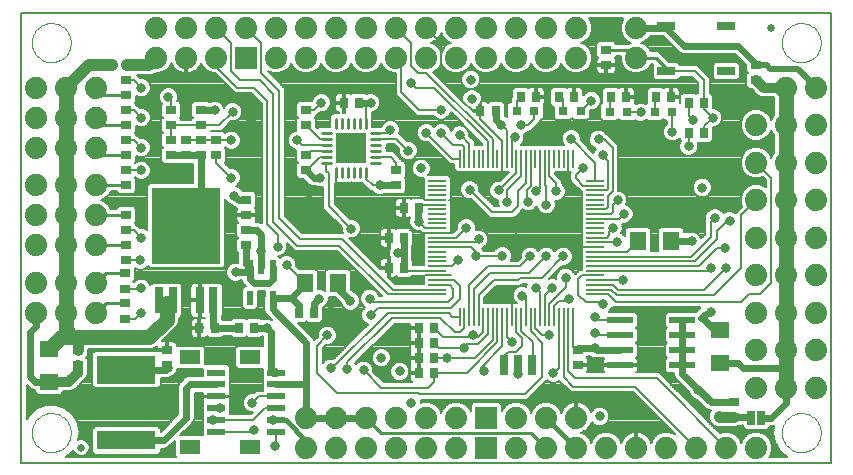
<source format=gtl>
G75*
G70*
%OFA0B0*%
%FSLAX24Y24*%
%IPPOS*%
%LPD*%
%AMOC8*
5,1,8,0,0,1.08239X$1,22.5*
%
%ADD10C,0.0070*%
%ADD11R,0.0276X0.0354*%
%ADD12R,0.0315X0.0315*%
%ADD13C,0.0000*%
%ADD14R,0.0630X0.0551*%
%ADD15R,0.0354X0.0276*%
%ADD16C,0.0740*%
%ADD17R,0.0551X0.0630*%
%ADD18R,0.0079X0.0591*%
%ADD19R,0.0591X0.0079*%
%ADD20R,0.0740X0.0740*%
%ADD21R,0.0250X0.0500*%
%ADD22R,0.0600X0.0300*%
%ADD23R,0.0276X0.0669*%
%ADD24R,0.0217X0.0472*%
%ADD25R,0.2283X0.2520*%
%ADD26R,0.0315X0.0866*%
%ADD27C,0.0250*%
%ADD28R,0.0709X0.0472*%
%ADD29R,0.0610X0.0236*%
%ADD30R,0.0870X0.0240*%
%ADD31C,0.0100*%
%ADD32R,0.1030X0.1030*%
%ADD33R,0.1969X0.0945*%
%ADD34R,0.1969X0.0630*%
%ADD35C,0.0500*%
%ADD36C,0.0350*%
%ADD37C,0.0240*%
%ADD38C,0.0160*%
%ADD39C,0.0400*%
%ADD40C,0.0330*%
%ADD41C,0.0080*%
%ADD42C,0.0320*%
%ADD43C,0.0200*%
D10*
X000330Y004500D02*
X000330Y019500D01*
X027330Y019500D01*
X027330Y004500D01*
X000330Y004500D01*
X001804Y004690D02*
X002050Y004896D01*
X002061Y004917D01*
X002093Y004841D01*
X002171Y004763D01*
X002274Y004720D01*
X002386Y004720D01*
X002489Y004763D01*
X002567Y004841D01*
X002610Y004944D01*
X002610Y005056D01*
X002567Y005159D01*
X002489Y005237D01*
X002386Y005280D01*
X002274Y005280D01*
X002227Y005260D01*
X002269Y005500D01*
X002213Y005821D01*
X002050Y006104D01*
X001800Y006313D01*
X001493Y006425D01*
X001167Y006425D01*
X000860Y006313D01*
X000610Y006104D01*
X000610Y006104D01*
X000610Y006104D01*
X000520Y005947D01*
X000520Y007091D01*
X000567Y007044D01*
X000644Y006967D01*
X000745Y006925D01*
X000790Y006925D01*
X000790Y006859D01*
X000881Y006768D01*
X001639Y006768D01*
X001730Y006859D01*
X001730Y006884D01*
X001981Y006884D01*
X002097Y006932D01*
X002169Y007004D01*
X002181Y007009D01*
X002271Y007099D01*
X002276Y007111D01*
X002487Y007322D01*
X002535Y007437D01*
X002535Y007525D01*
X002552Y007542D01*
X002552Y007946D01*
X002498Y008000D01*
X002552Y008054D01*
X002552Y008285D01*
X004671Y008285D01*
X004819Y008347D01*
X004848Y008375D01*
X004848Y008290D01*
X005146Y008290D01*
X005146Y008549D01*
X005021Y008549D01*
X005513Y009041D01*
X005575Y009189D01*
X005575Y009325D01*
X005603Y009325D01*
X005694Y009416D01*
X005694Y010411D01*
X005603Y010501D01*
X005159Y010501D01*
X005157Y010499D01*
X005154Y010501D01*
X004711Y010501D01*
X004630Y010421D01*
X004601Y010491D01*
X004511Y010581D01*
X004394Y010630D01*
X004266Y010630D01*
X004149Y010581D01*
X004088Y010520D01*
X004058Y010550D01*
X004112Y010604D01*
X004112Y010985D01*
X004119Y010979D01*
X004236Y010930D01*
X004364Y010930D01*
X004481Y010979D01*
X004553Y011050D01*
X004624Y010979D01*
X007036Y010979D01*
X007127Y011070D01*
X007127Y013296D01*
X007159Y013219D01*
X007249Y013129D01*
X007357Y013084D01*
X007418Y013023D01*
X007519Y012981D01*
X007533Y012981D01*
X007529Y012977D01*
X007508Y012942D01*
X007498Y012902D01*
X007498Y012778D01*
X007796Y012778D01*
X007796Y012710D01*
X007498Y012710D01*
X007498Y012586D01*
X007508Y012546D01*
X007529Y012511D01*
X007540Y012500D01*
X007498Y012458D01*
X007498Y012054D01*
X007552Y012000D01*
X007498Y011946D01*
X007498Y011542D01*
X007555Y011485D01*
X007555Y011165D01*
X007544Y011170D01*
X007416Y011170D01*
X007299Y011121D01*
X007209Y011031D01*
X007160Y010914D01*
X007160Y010786D01*
X007209Y010669D01*
X007299Y010579D01*
X007416Y010530D01*
X007544Y010530D01*
X007652Y010575D01*
X007681Y010575D01*
X007681Y010569D01*
X007723Y010468D01*
X007812Y010379D01*
X007784Y010379D01*
X007693Y010289D01*
X007693Y009688D01*
X007784Y009597D01*
X008128Y009597D01*
X008219Y009688D01*
X008219Y010225D01*
X008441Y010225D01*
X008441Y010071D01*
X008429Y010043D01*
X008429Y009571D01*
X008471Y009470D01*
X008675Y009266D01*
X008594Y009300D01*
X008466Y009300D01*
X008406Y009275D01*
X008345Y009275D01*
X008288Y009332D01*
X007884Y009332D01*
X007830Y009278D01*
X007776Y009332D01*
X007372Y009332D01*
X007305Y009265D01*
X007035Y009265D01*
X007003Y009297D01*
X007003Y009379D01*
X007040Y009416D01*
X007040Y010411D01*
X006949Y010501D01*
X006506Y010501D01*
X006496Y010491D01*
X006457Y010501D01*
X006314Y010501D01*
X006314Y009948D01*
X006244Y009948D01*
X006244Y009878D01*
X006314Y009878D01*
X006314Y009325D01*
X006453Y009325D01*
X006453Y009314D01*
X006422Y009322D01*
X006298Y009322D01*
X006298Y009024D01*
X006230Y009024D01*
X006230Y008956D01*
X005971Y008956D01*
X005971Y008792D01*
X005982Y008753D01*
X006002Y008718D01*
X006031Y008689D01*
X006066Y008668D01*
X006106Y008658D01*
X006230Y008658D01*
X006230Y008956D01*
X006298Y008956D01*
X006298Y008658D01*
X006422Y008658D01*
X006462Y008668D01*
X006497Y008689D01*
X006520Y008712D01*
X006574Y008658D01*
X006978Y008658D01*
X007035Y008715D01*
X007325Y008715D01*
X007372Y008668D01*
X007776Y008668D01*
X007830Y008722D01*
X007884Y008668D01*
X008288Y008668D01*
X008339Y008719D01*
X008349Y008709D01*
X008385Y008694D01*
X008385Y008391D01*
X008373Y008403D01*
X007535Y008403D01*
X007445Y008312D01*
X007445Y007711D01*
X007535Y007621D01*
X008370Y007621D01*
X008370Y007318D01*
X008384Y007303D01*
X008370Y007289D01*
X008370Y006924D01*
X008384Y006909D01*
X008378Y006903D01*
X008164Y006903D01*
X008081Y006820D01*
X007966Y006820D01*
X007849Y006771D01*
X007759Y006681D01*
X007710Y006564D01*
X007710Y006436D01*
X007759Y006319D01*
X007849Y006229D01*
X007966Y006180D01*
X008041Y006180D01*
X007976Y006115D01*
X007282Y006115D01*
X007276Y006122D01*
X007290Y006137D01*
X007290Y006501D01*
X007271Y006520D01*
X007280Y006535D01*
X007290Y006574D01*
X007290Y006689D01*
X006854Y006689D01*
X006854Y006737D01*
X007290Y006737D01*
X007290Y006851D01*
X007280Y006891D01*
X007271Y006905D01*
X007290Y006924D01*
X007290Y007289D01*
X007276Y007303D01*
X007290Y007318D01*
X007290Y007682D01*
X007199Y007773D01*
X006463Y007773D01*
X006463Y008312D01*
X006373Y008403D01*
X005535Y008403D01*
X005512Y008380D01*
X005512Y008414D01*
X005502Y008454D01*
X005481Y008489D01*
X005452Y008518D01*
X005417Y008538D01*
X005378Y008549D01*
X005214Y008549D01*
X005214Y008290D01*
X005146Y008290D01*
X005146Y008222D01*
X004886Y008222D01*
X004878Y008230D01*
X002782Y008230D01*
X002691Y008139D01*
X002691Y007066D01*
X002782Y006975D01*
X004878Y006975D01*
X004969Y007066D01*
X004969Y007327D01*
X005207Y007327D01*
X005238Y007340D01*
X005274Y007340D01*
X005391Y007389D01*
X005481Y007479D01*
X005504Y007534D01*
X005512Y007542D01*
X005512Y007553D01*
X005530Y007596D01*
X005530Y007626D01*
X005535Y007621D01*
X006370Y007621D01*
X006370Y007381D01*
X005882Y007381D01*
X005781Y007339D01*
X005674Y007233D01*
X005597Y007156D01*
X005555Y007055D01*
X005555Y006114D01*
X004969Y005528D01*
X004969Y005619D01*
X004878Y005710D01*
X002782Y005710D01*
X002691Y005619D01*
X002691Y004861D01*
X002782Y004770D01*
X004878Y004770D01*
X004969Y004861D01*
X004969Y004965D01*
X005125Y004965D01*
X005226Y005007D01*
X005445Y005226D01*
X005445Y004719D01*
X005474Y004690D01*
X001804Y004690D01*
X001822Y004706D02*
X005458Y004706D01*
X005445Y004774D02*
X004882Y004774D01*
X004951Y004843D02*
X005445Y004843D01*
X005445Y004911D02*
X004969Y004911D01*
X005159Y004980D02*
X005445Y004980D01*
X005445Y005048D02*
X005267Y005048D01*
X005335Y005117D02*
X005445Y005117D01*
X005445Y005185D02*
X005404Y005185D01*
X005630Y005411D02*
X005986Y005767D01*
X006063Y005844D01*
X006105Y005945D01*
X006105Y006831D01*
X006370Y006831D01*
X006370Y006737D01*
X006806Y006737D01*
X006806Y006689D01*
X006370Y006689D01*
X006370Y006574D01*
X006380Y006535D01*
X006389Y006520D01*
X006370Y006501D01*
X006370Y006137D01*
X006384Y006122D01*
X006370Y006108D01*
X006370Y005743D01*
X006384Y005728D01*
X006370Y005714D01*
X006370Y005411D01*
X005630Y005411D01*
X005678Y005459D02*
X006370Y005459D01*
X006370Y005528D02*
X005746Y005528D01*
X005815Y005596D02*
X006370Y005596D01*
X006370Y005665D02*
X005883Y005665D01*
X005952Y005733D02*
X006380Y005733D01*
X006370Y005802D02*
X006020Y005802D01*
X006074Y005870D02*
X006370Y005870D01*
X006370Y005939D02*
X006102Y005939D01*
X006105Y006007D02*
X006370Y006007D01*
X006370Y006076D02*
X006105Y006076D01*
X006105Y006144D02*
X006370Y006144D01*
X006370Y006213D02*
X006105Y006213D01*
X006105Y006281D02*
X006370Y006281D01*
X006370Y006350D02*
X006105Y006350D01*
X006105Y006418D02*
X006370Y006418D01*
X006370Y006487D02*
X006105Y006487D01*
X006105Y006555D02*
X006375Y006555D01*
X006370Y006624D02*
X006105Y006624D01*
X006105Y006692D02*
X006806Y006692D01*
X006854Y006692D02*
X007769Y006692D01*
X007735Y006624D02*
X007290Y006624D01*
X007285Y006555D02*
X007710Y006555D01*
X007710Y006487D02*
X007290Y006487D01*
X007290Y006418D02*
X007718Y006418D01*
X007746Y006350D02*
X007290Y006350D01*
X007290Y006281D02*
X007796Y006281D01*
X007888Y006213D02*
X007290Y006213D01*
X007290Y006144D02*
X008005Y006144D01*
X008055Y005925D02*
X006830Y005925D01*
X006715Y005925D01*
X006705Y005915D01*
X006830Y005531D02*
X008011Y005531D01*
X008080Y005600D01*
X008055Y005925D02*
X008449Y006319D01*
X008830Y006319D01*
X008830Y006713D02*
X008243Y006713D01*
X008030Y006500D01*
X007838Y006761D02*
X007290Y006761D01*
X007290Y006829D02*
X008090Y006829D01*
X008159Y006898D02*
X007276Y006898D01*
X007290Y006966D02*
X008370Y006966D01*
X008370Y007035D02*
X007290Y007035D01*
X007290Y007103D02*
X008370Y007103D01*
X008370Y007172D02*
X007290Y007172D01*
X007290Y007240D02*
X008370Y007240D01*
X008379Y007309D02*
X007281Y007309D01*
X007290Y007377D02*
X008370Y007377D01*
X008370Y007446D02*
X007290Y007446D01*
X007290Y007514D02*
X008370Y007514D01*
X008370Y007583D02*
X007290Y007583D01*
X007290Y007651D02*
X007505Y007651D01*
X007445Y007720D02*
X007253Y007720D01*
X007445Y007788D02*
X006463Y007788D01*
X006463Y007857D02*
X007445Y007857D01*
X007445Y007925D02*
X006463Y007925D01*
X006463Y007994D02*
X007445Y007994D01*
X007445Y008062D02*
X006463Y008062D01*
X006463Y008131D02*
X007445Y008131D01*
X007445Y008199D02*
X006463Y008199D01*
X006463Y008268D02*
X007445Y008268D01*
X007468Y008336D02*
X006440Y008336D01*
X006479Y008679D02*
X006553Y008679D01*
X006298Y008679D02*
X006230Y008679D01*
X006230Y008747D02*
X006298Y008747D01*
X006298Y008816D02*
X006230Y008816D01*
X006230Y008884D02*
X006298Y008884D01*
X006298Y008953D02*
X006230Y008953D01*
X006230Y009021D02*
X005494Y009021D01*
X005534Y009090D02*
X005971Y009090D01*
X005971Y009024D02*
X006230Y009024D01*
X006230Y009322D01*
X006106Y009322D01*
X006066Y009312D01*
X006031Y009291D01*
X006002Y009262D01*
X005982Y009227D01*
X005971Y009188D01*
X005971Y009024D01*
X005971Y008953D02*
X005425Y008953D01*
X005357Y008884D02*
X005971Y008884D01*
X005971Y008816D02*
X005288Y008816D01*
X005220Y008747D02*
X005985Y008747D01*
X006049Y008679D02*
X005151Y008679D01*
X005083Y008610D02*
X008385Y008610D01*
X008385Y008542D02*
X005404Y008542D01*
X005490Y008473D02*
X008385Y008473D01*
X008385Y008405D02*
X005512Y008405D01*
X005214Y008405D02*
X005146Y008405D01*
X005146Y008473D02*
X005214Y008473D01*
X005214Y008542D02*
X005146Y008542D01*
X005146Y008336D02*
X005214Y008336D01*
X005146Y008268D02*
X002552Y008268D01*
X002552Y008199D02*
X002751Y008199D01*
X002691Y008131D02*
X002552Y008131D01*
X002552Y008062D02*
X002691Y008062D01*
X002691Y007994D02*
X002505Y007994D01*
X002552Y007925D02*
X002691Y007925D01*
X002691Y007857D02*
X002552Y007857D01*
X002552Y007788D02*
X002691Y007788D01*
X002691Y007720D02*
X002552Y007720D01*
X002552Y007651D02*
X002691Y007651D01*
X002691Y007583D02*
X002552Y007583D01*
X002535Y007514D02*
X002691Y007514D01*
X002691Y007446D02*
X002535Y007446D01*
X002510Y007377D02*
X002691Y007377D01*
X002691Y007309D02*
X002474Y007309D01*
X002405Y007240D02*
X002691Y007240D01*
X002691Y007172D02*
X002337Y007172D01*
X002273Y007103D02*
X002691Y007103D01*
X002722Y007035D02*
X002207Y007035D01*
X002131Y006966D02*
X005555Y006966D01*
X005555Y006898D02*
X002015Y006898D01*
X001700Y006829D02*
X005555Y006829D01*
X005555Y006761D02*
X000520Y006761D01*
X000520Y006829D02*
X000820Y006829D01*
X000790Y006898D02*
X000520Y006898D01*
X000520Y006966D02*
X000646Y006966D01*
X000577Y007035D02*
X000520Y007035D01*
X000520Y006692D02*
X005555Y006692D01*
X005555Y006624D02*
X000520Y006624D01*
X000520Y006555D02*
X005555Y006555D01*
X005555Y006487D02*
X000520Y006487D01*
X000520Y006418D02*
X001148Y006418D01*
X000959Y006350D02*
X000520Y006350D01*
X000520Y006281D02*
X000822Y006281D01*
X000860Y006313D02*
X000860Y006313D01*
X000740Y006213D02*
X000520Y006213D01*
X000520Y006144D02*
X000658Y006144D01*
X000594Y006076D02*
X000520Y006076D01*
X000520Y006007D02*
X000555Y006007D01*
X001512Y006418D02*
X005555Y006418D01*
X005555Y006350D02*
X001701Y006350D01*
X001800Y006313D02*
X001800Y006313D01*
X001838Y006281D02*
X005555Y006281D01*
X005555Y006213D02*
X001920Y006213D01*
X002002Y006144D02*
X005555Y006144D01*
X005517Y006076D02*
X002066Y006076D01*
X002050Y006104D02*
X002050Y006104D01*
X002105Y006007D02*
X005448Y006007D01*
X005380Y005939D02*
X002145Y005939D01*
X002184Y005870D02*
X005311Y005870D01*
X005243Y005802D02*
X002216Y005802D01*
X002213Y005821D02*
X002213Y005821D01*
X002228Y005733D02*
X005174Y005733D01*
X005106Y005665D02*
X004924Y005665D01*
X004969Y005596D02*
X005037Y005596D01*
X006830Y006319D02*
X006951Y006319D01*
X006960Y006310D01*
X006370Y006761D02*
X006105Y006761D01*
X006105Y006829D02*
X006370Y006829D01*
X005871Y007377D02*
X005363Y007377D01*
X005448Y007446D02*
X006370Y007446D01*
X006370Y007514D02*
X005496Y007514D01*
X005524Y007583D02*
X006370Y007583D01*
X005750Y007309D02*
X004969Y007309D01*
X004969Y007240D02*
X005681Y007240D01*
X005613Y007172D02*
X004969Y007172D01*
X004969Y007103D02*
X005575Y007103D01*
X005555Y007035D02*
X004938Y007035D01*
X004848Y008336D02*
X004794Y008336D01*
X006230Y009090D02*
X006298Y009090D01*
X006298Y009158D02*
X006230Y009158D01*
X006230Y009227D02*
X006298Y009227D01*
X006298Y009295D02*
X006230Y009295D01*
X006244Y009325D02*
X006244Y009878D01*
X005966Y009878D01*
X005966Y009460D01*
X005977Y009420D01*
X005997Y009385D01*
X006026Y009356D01*
X006062Y009336D01*
X006101Y009325D01*
X006244Y009325D01*
X006244Y009364D02*
X006314Y009364D01*
X006314Y009432D02*
X006244Y009432D01*
X006244Y009501D02*
X006314Y009501D01*
X006314Y009569D02*
X006244Y009569D01*
X006244Y009638D02*
X006314Y009638D01*
X006314Y009706D02*
X006244Y009706D01*
X006244Y009775D02*
X006314Y009775D01*
X006314Y009843D02*
X006244Y009843D01*
X006244Y009912D02*
X005694Y009912D01*
X005694Y009980D02*
X005966Y009980D01*
X005966Y009948D02*
X006244Y009948D01*
X006244Y010501D01*
X006101Y010501D01*
X006062Y010491D01*
X006026Y010470D01*
X005997Y010442D01*
X005977Y010406D01*
X005966Y010367D01*
X005966Y009948D01*
X005966Y010049D02*
X005694Y010049D01*
X005694Y010117D02*
X005966Y010117D01*
X005966Y010186D02*
X005694Y010186D01*
X005694Y010254D02*
X005966Y010254D01*
X005966Y010323D02*
X005694Y010323D01*
X005694Y010391D02*
X005973Y010391D01*
X006015Y010460D02*
X005645Y010460D01*
X006244Y010460D02*
X006314Y010460D01*
X006314Y010391D02*
X006244Y010391D01*
X006244Y010323D02*
X006314Y010323D01*
X006314Y010254D02*
X006244Y010254D01*
X006244Y010186D02*
X006314Y010186D01*
X006314Y010117D02*
X006244Y010117D01*
X006244Y010049D02*
X006314Y010049D01*
X006314Y009980D02*
X006244Y009980D01*
X005966Y009843D02*
X005694Y009843D01*
X005694Y009775D02*
X005966Y009775D01*
X005966Y009706D02*
X005694Y009706D01*
X005694Y009638D02*
X005966Y009638D01*
X005966Y009569D02*
X005694Y009569D01*
X005694Y009501D02*
X005966Y009501D01*
X005974Y009432D02*
X005694Y009432D01*
X005641Y009364D02*
X006019Y009364D01*
X006038Y009295D02*
X005575Y009295D01*
X005575Y009227D02*
X005982Y009227D01*
X005971Y009158D02*
X005562Y009158D01*
X004330Y009500D02*
X004124Y009294D01*
X003780Y009294D01*
X003780Y010294D02*
X004314Y010294D01*
X004330Y010310D01*
X004095Y010528D02*
X004080Y010528D01*
X004105Y010597D02*
X004186Y010597D01*
X004112Y010665D02*
X007212Y010665D01*
X007182Y010734D02*
X004112Y010734D01*
X004112Y010802D02*
X007160Y010802D01*
X007160Y010871D02*
X004112Y010871D01*
X004112Y010939D02*
X004215Y010939D01*
X004385Y010939D02*
X007171Y010939D01*
X007199Y011008D02*
X007065Y011008D01*
X007127Y011076D02*
X007253Y011076D01*
X007355Y011145D02*
X007127Y011145D01*
X007127Y011213D02*
X007555Y011213D01*
X007555Y011282D02*
X007127Y011282D01*
X007127Y011350D02*
X007555Y011350D01*
X007555Y011419D02*
X007127Y011419D01*
X007127Y011487D02*
X007553Y011487D01*
X007498Y011556D02*
X007127Y011556D01*
X007127Y011624D02*
X007498Y011624D01*
X007498Y011693D02*
X007127Y011693D01*
X007127Y011761D02*
X007498Y011761D01*
X007498Y011830D02*
X007127Y011830D01*
X007127Y011898D02*
X007498Y011898D01*
X007518Y011967D02*
X007127Y011967D01*
X007127Y012035D02*
X007517Y012035D01*
X007498Y012104D02*
X007127Y012104D01*
X007127Y012172D02*
X007498Y012172D01*
X007498Y012241D02*
X007127Y012241D01*
X007127Y012309D02*
X007498Y012309D01*
X007498Y012378D02*
X007127Y012378D01*
X007127Y012446D02*
X007498Y012446D01*
X007527Y012515D02*
X007127Y012515D01*
X007127Y012583D02*
X007499Y012583D01*
X007498Y012652D02*
X007127Y012652D01*
X007127Y012720D02*
X007796Y012720D01*
X007864Y012720D02*
X008340Y012720D01*
X008340Y012652D02*
X008162Y012652D01*
X008162Y012710D02*
X007864Y012710D01*
X007864Y012778D01*
X008162Y012778D01*
X008162Y012902D01*
X008152Y012942D01*
X008131Y012977D01*
X008108Y013000D01*
X008162Y013054D01*
X008162Y013458D01*
X008071Y013549D01*
X007715Y013549D01*
X007701Y013581D01*
X007611Y013671D01*
X007494Y013720D01*
X007490Y013720D01*
X007511Y013729D01*
X007601Y013819D01*
X007650Y013936D01*
X007650Y014064D01*
X007601Y014181D01*
X007511Y014271D01*
X007394Y014320D01*
X007279Y014320D01*
X007109Y014489D01*
X007162Y014542D01*
X007162Y014946D01*
X007108Y015000D01*
X007118Y015010D01*
X007149Y014979D01*
X007266Y014930D01*
X007394Y014930D01*
X007511Y014979D01*
X007601Y015069D01*
X007650Y015186D01*
X008340Y015186D01*
X008340Y015118D02*
X007621Y015118D01*
X007650Y015186D02*
X007650Y015314D01*
X007601Y015431D01*
X007511Y015521D01*
X007394Y015570D01*
X007266Y015570D01*
X007149Y015521D01*
X007124Y015496D01*
X007071Y015549D01*
X006662Y015549D01*
X006662Y015554D01*
X007003Y015554D01*
X007329Y015880D01*
X007444Y015880D01*
X007561Y015929D01*
X007651Y016019D01*
X007700Y016136D01*
X007700Y016264D01*
X007651Y016381D01*
X007561Y016471D01*
X007444Y016520D01*
X007316Y016520D01*
X007199Y016471D01*
X007109Y016381D01*
X007090Y016337D01*
X007051Y016431D01*
X006961Y016521D01*
X006844Y016570D01*
X006716Y016570D01*
X006622Y016531D01*
X006589Y016531D01*
X006571Y016549D01*
X006089Y016549D01*
X005998Y016458D01*
X005998Y016054D01*
X006052Y016000D01*
X005998Y015946D01*
X005998Y015934D01*
X005662Y015934D01*
X005662Y015946D01*
X005608Y016000D01*
X005662Y016054D01*
X005662Y016458D01*
X005571Y016549D01*
X005520Y016549D01*
X005520Y016564D01*
X005550Y016636D01*
X005550Y016764D01*
X005501Y016881D01*
X005411Y016971D01*
X005294Y017020D01*
X005166Y017020D01*
X005049Y016971D01*
X004959Y016881D01*
X004910Y016764D01*
X004910Y016636D01*
X004959Y016519D01*
X005009Y016469D01*
X004998Y016458D01*
X004998Y016054D01*
X005052Y016000D01*
X004998Y015946D01*
X004998Y015542D01*
X005040Y015500D01*
X004998Y015458D01*
X004998Y015054D01*
X005052Y015000D01*
X004998Y014946D01*
X004998Y014542D01*
X005089Y014451D01*
X005571Y014451D01*
X005580Y014460D01*
X005589Y014451D01*
X006055Y014451D01*
X006055Y013809D01*
X004624Y013809D01*
X004533Y013718D01*
X004533Y012249D01*
X004511Y012271D01*
X004394Y012320D01*
X004279Y012320D01*
X004165Y012434D01*
X004162Y012434D01*
X004162Y012446D01*
X004533Y012446D01*
X004533Y012378D02*
X004221Y012378D01*
X004162Y012446D02*
X004108Y012500D01*
X004162Y012554D01*
X004162Y012958D01*
X004071Y013049D01*
X003589Y013049D01*
X003501Y012961D01*
X003311Y012961D01*
X003275Y013047D01*
X003127Y013195D01*
X002995Y013250D01*
X003127Y013305D01*
X003275Y013453D01*
X003311Y013539D01*
X003501Y013539D01*
X003589Y013451D01*
X004071Y013451D01*
X004162Y013542D01*
X004533Y013542D01*
X004533Y013474D02*
X004094Y013474D01*
X004162Y013542D02*
X004162Y013946D01*
X004108Y014000D01*
X004118Y014010D01*
X004149Y013979D01*
X004266Y013930D01*
X004394Y013930D01*
X004511Y013979D01*
X004601Y014069D01*
X004650Y014186D01*
X004650Y014314D01*
X004601Y014431D01*
X004511Y014521D01*
X004394Y014570D01*
X004266Y014570D01*
X004149Y014521D01*
X004124Y014496D01*
X004120Y014500D01*
X004162Y014542D01*
X004162Y014723D01*
X004266Y014680D01*
X004394Y014680D01*
X004511Y014729D01*
X004601Y014819D01*
X004650Y014936D01*
X004650Y015064D01*
X004601Y015181D01*
X004511Y015271D01*
X004394Y015320D01*
X004279Y015320D01*
X004162Y015437D01*
X004162Y015458D01*
X004120Y015500D01*
X004162Y015542D01*
X004162Y015723D01*
X004266Y015680D01*
X004394Y015680D01*
X004511Y015729D01*
X004601Y015819D01*
X004650Y015936D01*
X004650Y016064D01*
X004601Y016181D01*
X004511Y016271D01*
X004394Y016320D01*
X004279Y016320D01*
X004162Y016437D01*
X004162Y016458D01*
X004120Y016500D01*
X004162Y016542D01*
X004162Y016723D01*
X004266Y016680D01*
X004394Y016680D01*
X004511Y016729D01*
X004601Y016819D01*
X004650Y016936D01*
X004650Y017064D01*
X004601Y017181D01*
X004511Y017271D01*
X004394Y017320D01*
X004279Y017320D01*
X004194Y017405D01*
X004661Y017405D01*
X004791Y017459D01*
X004807Y017475D01*
X004934Y017475D01*
X005127Y017555D01*
X005275Y017703D01*
X005331Y017837D01*
X005343Y017798D01*
X005381Y017725D01*
X005430Y017658D01*
X005488Y017600D01*
X005555Y017551D01*
X005628Y017513D01*
X005707Y017488D01*
X005789Y017475D01*
X005795Y017475D01*
X005795Y017965D01*
X005865Y017965D01*
X005865Y017475D01*
X005871Y017475D01*
X005953Y017488D01*
X006032Y017513D01*
X006105Y017551D01*
X006172Y017600D01*
X006230Y017658D01*
X006279Y017725D01*
X006317Y017798D01*
X006329Y017837D01*
X006385Y017703D01*
X006533Y017555D01*
X006726Y017475D01*
X006786Y017475D01*
X007340Y016921D01*
X007451Y016810D01*
X008001Y016810D01*
X008340Y016471D01*
X008340Y012479D01*
X008330Y012489D01*
X008229Y012531D01*
X008143Y012531D01*
X008152Y012546D01*
X008162Y012586D01*
X008162Y012710D01*
X008162Y012789D02*
X008340Y012789D01*
X008340Y012857D02*
X008162Y012857D01*
X008156Y012926D02*
X008340Y012926D01*
X008340Y012994D02*
X008114Y012994D01*
X008162Y013063D02*
X008340Y013063D01*
X008340Y013131D02*
X008162Y013131D01*
X008162Y013200D02*
X008340Y013200D01*
X008340Y013268D02*
X008162Y013268D01*
X008162Y013337D02*
X008340Y013337D01*
X008340Y013405D02*
X008162Y013405D01*
X008147Y013474D02*
X008340Y013474D01*
X008340Y013542D02*
X008078Y013542D01*
X008340Y013611D02*
X007672Y013611D01*
X007593Y013679D02*
X008340Y013679D01*
X008340Y013748D02*
X007530Y013748D01*
X007599Y013816D02*
X008340Y013816D01*
X008340Y013885D02*
X007629Y013885D01*
X007650Y013953D02*
X008340Y013953D01*
X008340Y014022D02*
X007650Y014022D01*
X007639Y014090D02*
X008340Y014090D01*
X008340Y014159D02*
X007611Y014159D01*
X007556Y014227D02*
X008340Y014227D01*
X008340Y014296D02*
X007453Y014296D01*
X007235Y014364D02*
X008340Y014364D01*
X008340Y014433D02*
X007166Y014433D01*
X007121Y014501D02*
X008340Y014501D01*
X008340Y014570D02*
X007162Y014570D01*
X007162Y014638D02*
X008340Y014638D01*
X008340Y014707D02*
X007162Y014707D01*
X007162Y014775D02*
X008340Y014775D01*
X008340Y014844D02*
X007162Y014844D01*
X007162Y014912D02*
X008340Y014912D01*
X008340Y014981D02*
X007513Y014981D01*
X007582Y015049D02*
X008340Y015049D01*
X008340Y015255D02*
X007650Y015255D01*
X007646Y015323D02*
X008340Y015323D01*
X008340Y015392D02*
X007618Y015392D01*
X007573Y015460D02*
X008340Y015460D01*
X008340Y015529D02*
X007494Y015529D01*
X007324Y015256D02*
X007330Y015250D01*
X007324Y015256D02*
X006830Y015256D01*
X006330Y015256D01*
X005830Y015256D01*
X005330Y015256D02*
X005330Y015744D01*
X006330Y015744D01*
X006924Y015744D01*
X007380Y016200D01*
X007675Y016077D02*
X008340Y016077D01*
X008340Y016145D02*
X007700Y016145D01*
X007700Y016214D02*
X008340Y016214D01*
X008340Y016282D02*
X007692Y016282D01*
X007664Y016351D02*
X008340Y016351D01*
X008340Y016419D02*
X007614Y016419D01*
X007522Y016488D02*
X008324Y016488D01*
X008255Y016556D02*
X006877Y016556D01*
X006995Y016488D02*
X007238Y016488D01*
X007146Y016419D02*
X007056Y016419D01*
X007085Y016351D02*
X007096Y016351D01*
X006683Y016556D02*
X005520Y016556D01*
X005545Y016625D02*
X008187Y016625D01*
X008118Y016693D02*
X005550Y016693D01*
X005550Y016762D02*
X008050Y016762D01*
X008080Y017000D02*
X007530Y017000D01*
X006830Y017700D01*
X006830Y018000D01*
X006349Y017789D02*
X006312Y017789D01*
X006276Y017721D02*
X006377Y017721D01*
X006435Y017652D02*
X006225Y017652D01*
X006150Y017584D02*
X006504Y017584D01*
X006629Y017515D02*
X006035Y017515D01*
X005865Y017515D02*
X005795Y017515D01*
X005795Y017584D02*
X005865Y017584D01*
X005865Y017652D02*
X005795Y017652D01*
X005795Y017721D02*
X005865Y017721D01*
X005865Y017789D02*
X005795Y017789D01*
X005795Y017858D02*
X005865Y017858D01*
X005865Y017926D02*
X005795Y017926D01*
X005435Y017652D02*
X005225Y017652D01*
X005283Y017721D02*
X005384Y017721D01*
X005348Y017789D02*
X005311Y017789D01*
X005156Y017584D02*
X005510Y017584D01*
X005625Y017515D02*
X005031Y017515D01*
X004761Y017447D02*
X006815Y017447D01*
X006883Y017378D02*
X004221Y017378D01*
X004074Y017256D02*
X004330Y017000D01*
X004544Y016762D02*
X004910Y016762D01*
X004910Y016693D02*
X004425Y016693D01*
X004235Y016693D02*
X004162Y016693D01*
X004162Y016625D02*
X004915Y016625D01*
X004943Y016556D02*
X004162Y016556D01*
X004133Y016488D02*
X004990Y016488D01*
X004998Y016419D02*
X004180Y016419D01*
X004248Y016351D02*
X004998Y016351D01*
X004998Y016282D02*
X004485Y016282D01*
X004569Y016214D02*
X004998Y016214D01*
X004998Y016145D02*
X004616Y016145D01*
X004645Y016077D02*
X004998Y016077D01*
X005044Y016008D02*
X004650Y016008D01*
X004650Y015940D02*
X004998Y015940D01*
X004998Y015871D02*
X004623Y015871D01*
X004585Y015803D02*
X004998Y015803D01*
X004998Y015734D02*
X004517Y015734D01*
X004330Y016000D02*
X004074Y016256D01*
X003830Y016256D01*
X004162Y015666D02*
X004998Y015666D01*
X004998Y015597D02*
X004162Y015597D01*
X004149Y015529D02*
X005011Y015529D01*
X005000Y015460D02*
X004160Y015460D01*
X004207Y015392D02*
X004998Y015392D01*
X004998Y015323D02*
X004276Y015323D01*
X004074Y015256D02*
X004330Y015000D01*
X004558Y014775D02*
X004998Y014775D01*
X004998Y014707D02*
X004458Y014707D01*
X004395Y014570D02*
X004998Y014570D01*
X004998Y014638D02*
X004162Y014638D01*
X004162Y014570D02*
X004265Y014570D01*
X004202Y014707D02*
X004162Y014707D01*
X004128Y014501D02*
X004121Y014501D01*
X004324Y014256D02*
X003830Y014256D01*
X004155Y013953D02*
X004211Y013953D01*
X004162Y013885D02*
X006055Y013885D01*
X006055Y013953D02*
X004449Y013953D01*
X004554Y014022D02*
X006055Y014022D01*
X006055Y014090D02*
X004610Y014090D01*
X004638Y014159D02*
X006055Y014159D01*
X006055Y014227D02*
X004650Y014227D01*
X004650Y014296D02*
X006055Y014296D01*
X006055Y014364D02*
X004629Y014364D01*
X004600Y014433D02*
X006055Y014433D01*
X006830Y014500D02*
X007330Y014000D01*
X006830Y014500D02*
X006830Y014744D01*
X007128Y014981D02*
X007147Y014981D01*
X007166Y015529D02*
X007092Y015529D01*
X007046Y015597D02*
X008340Y015597D01*
X008340Y015666D02*
X007114Y015666D01*
X007183Y015734D02*
X008340Y015734D01*
X008340Y015803D02*
X007251Y015803D01*
X007320Y015871D02*
X008340Y015871D01*
X008340Y015940D02*
X007572Y015940D01*
X007641Y016008D02*
X008340Y016008D01*
X009120Y016008D02*
X009544Y016008D01*
X009552Y016000D02*
X009498Y015946D01*
X009498Y015570D01*
X009466Y015570D01*
X009349Y015521D01*
X009259Y015431D01*
X009210Y015314D01*
X009210Y015186D01*
X009120Y015186D01*
X009120Y015118D02*
X009239Y015118D01*
X009259Y015069D02*
X009349Y014979D01*
X009466Y014930D01*
X009498Y014930D01*
X009498Y014554D01*
X009552Y014500D01*
X009498Y014446D01*
X009498Y014042D01*
X009589Y013951D01*
X009734Y013951D01*
X009918Y013767D01*
X010019Y013725D01*
X010108Y013725D01*
X010216Y013680D01*
X010344Y013680D01*
X010390Y013699D01*
X010390Y012971D01*
X011010Y012351D01*
X011010Y012236D01*
X011046Y012150D01*
X009699Y012150D01*
X009120Y012729D01*
X009120Y016979D01*
X008552Y017547D01*
X008726Y017475D01*
X008934Y017475D01*
X009127Y017555D01*
X009275Y017703D01*
X009330Y017835D01*
X009385Y017703D01*
X009533Y017555D01*
X009726Y017475D01*
X009934Y017475D01*
X010127Y017555D01*
X010275Y017703D01*
X010330Y017835D01*
X010385Y017703D01*
X010533Y017555D01*
X010726Y017475D01*
X010934Y017475D01*
X011127Y017555D01*
X011275Y017703D01*
X011330Y017835D01*
X011385Y017703D01*
X011533Y017555D01*
X011726Y017475D01*
X011934Y017475D01*
X012127Y017555D01*
X012275Y017703D01*
X012330Y017835D01*
X012385Y017703D01*
X012533Y017555D01*
X012726Y017475D01*
X012810Y017475D01*
X012810Y016761D01*
X012921Y016650D01*
X013511Y016060D01*
X014057Y016060D01*
X014139Y015979D01*
X014256Y015930D01*
X014384Y015930D01*
X014501Y015979D01*
X014591Y016069D01*
X014640Y016186D01*
X014640Y016191D01*
X015695Y015136D01*
X015695Y015088D01*
X015445Y015088D01*
X015445Y015214D01*
X015260Y015399D01*
X015260Y015484D01*
X015211Y015601D01*
X015121Y015691D01*
X015004Y015740D01*
X014876Y015740D01*
X014759Y015691D01*
X014669Y015601D01*
X014650Y015556D01*
X014650Y015564D01*
X014601Y015681D01*
X014511Y015771D01*
X014394Y015820D01*
X014266Y015820D01*
X014149Y015771D01*
X014080Y015703D01*
X014011Y015771D01*
X013894Y015820D01*
X013766Y015820D01*
X013649Y015771D01*
X013559Y015681D01*
X013510Y015564D01*
X013510Y015436D01*
X013559Y015319D01*
X013649Y015229D01*
X013766Y015180D01*
X013881Y015180D01*
X014502Y014559D01*
X014614Y014448D01*
X014746Y014448D01*
X014746Y014278D01*
X014837Y014188D01*
X016299Y014188D01*
X016358Y014188D01*
X016417Y014188D01*
X016579Y014188D01*
X016291Y013900D01*
X016176Y013900D01*
X016059Y013851D01*
X015969Y013761D01*
X015920Y013644D01*
X015920Y013516D01*
X015969Y013399D01*
X016059Y013309D01*
X016176Y013260D01*
X016210Y013260D01*
X016210Y013136D01*
X016250Y013040D01*
X016109Y013040D01*
X015600Y013549D01*
X015600Y013664D01*
X015551Y013781D01*
X015461Y013871D01*
X015344Y013920D01*
X015216Y013920D01*
X015099Y013871D01*
X015009Y013781D01*
X014960Y013664D01*
X014960Y013536D01*
X015009Y013419D01*
X015099Y013329D01*
X015216Y013280D01*
X015331Y013280D01*
X015951Y012660D01*
X016759Y012660D01*
X016870Y012771D01*
X017038Y012939D01*
X017049Y012929D01*
X017166Y012880D01*
X017294Y012880D01*
X017411Y012929D01*
X017501Y013019D01*
X017510Y013040D01*
X017510Y013036D01*
X017559Y012919D01*
X017649Y012829D01*
X017766Y012780D01*
X017894Y012780D01*
X018011Y012829D01*
X018101Y012919D01*
X018150Y013036D01*
X018150Y013164D01*
X018123Y013230D01*
X018224Y013230D01*
X018341Y013279D01*
X018431Y013369D01*
X018480Y013486D01*
X018480Y013614D01*
X018431Y013731D01*
X018350Y013813D01*
X018350Y013899D01*
X018122Y014126D01*
X018122Y014188D01*
X018505Y014188D01*
X018562Y014188D01*
X018562Y014241D01*
X018562Y014241D01*
X018562Y014188D01*
X018622Y014188D01*
X018639Y014188D01*
X018620Y014169D01*
X018620Y013911D01*
X018731Y013800D01*
X018989Y013542D01*
X019018Y013542D01*
X018480Y013542D01*
X018480Y013611D02*
X018921Y013611D01*
X018852Y013679D02*
X018453Y013679D01*
X018415Y013748D02*
X018784Y013748D01*
X018715Y013816D02*
X018350Y013816D01*
X018350Y013885D02*
X018647Y013885D01*
X018620Y013953D02*
X018296Y013953D01*
X018227Y014022D02*
X018620Y014022D01*
X018620Y014090D02*
X018159Y014090D01*
X018122Y014159D02*
X018620Y014159D01*
X018562Y014198D02*
X018562Y014638D01*
X017932Y014638D02*
X017932Y014048D01*
X018160Y013820D01*
X018160Y013550D01*
X018399Y013337D02*
X019018Y013337D01*
X019018Y013405D02*
X018446Y013405D01*
X018475Y013474D02*
X019018Y013474D01*
X019018Y013542D02*
X019018Y011743D01*
X019018Y011685D01*
X019018Y010930D01*
X018931Y010930D01*
X018811Y010810D01*
X018781Y010780D01*
X018751Y010851D01*
X018661Y010941D01*
X018544Y010990D01*
X018416Y010990D01*
X018299Y010941D01*
X018209Y010851D01*
X018160Y010734D01*
X018160Y010614D01*
X018074Y010650D01*
X017946Y010650D01*
X017916Y010638D01*
X018339Y011060D01*
X018454Y011060D01*
X018571Y011109D01*
X018661Y011199D01*
X018710Y011316D01*
X018710Y011444D01*
X018661Y011561D01*
X018571Y011651D01*
X018454Y011700D01*
X018326Y011700D01*
X018209Y011651D01*
X018119Y011561D01*
X018110Y011540D01*
X018101Y011561D01*
X018011Y011651D01*
X017894Y011700D01*
X017766Y011700D01*
X017649Y011651D01*
X017565Y011568D01*
X017481Y011651D01*
X017364Y011700D01*
X017236Y011700D01*
X017119Y011651D01*
X017029Y011561D01*
X016980Y011444D01*
X016980Y011329D01*
X016881Y011230D01*
X016636Y011230D01*
X016680Y011336D01*
X016680Y011464D01*
X016631Y011581D01*
X016541Y011671D01*
X016424Y011720D01*
X016296Y011720D01*
X016179Y011671D01*
X016089Y011581D01*
X016084Y011570D01*
X015763Y011570D01*
X015682Y011650D01*
X015751Y011679D01*
X015841Y011769D01*
X015890Y011886D01*
X015890Y012014D01*
X015841Y012131D01*
X015751Y012221D01*
X015634Y012270D01*
X015506Y012270D01*
X015476Y012258D01*
X015480Y012266D01*
X015480Y012394D01*
X015431Y012511D01*
X015341Y012601D01*
X015224Y012650D01*
X015096Y012650D01*
X014979Y012601D01*
X014889Y012511D01*
X014840Y012394D01*
X014840Y012279D01*
X014751Y012190D01*
X014642Y012190D01*
X014642Y013260D01*
X014642Y013993D01*
X014552Y014084D01*
X013887Y014084D01*
X013931Y014129D01*
X013980Y014246D01*
X013980Y014374D01*
X013931Y014491D01*
X013841Y014581D01*
X013724Y014630D01*
X013596Y014630D01*
X013479Y014581D01*
X013389Y014491D01*
X013340Y014374D01*
X013340Y014246D01*
X013389Y014129D01*
X013479Y014039D01*
X013596Y013990D01*
X013724Y013990D01*
X013749Y014001D01*
X013742Y013993D01*
X013742Y013332D01*
X013384Y013332D01*
X013330Y013278D01*
X013307Y013301D01*
X013272Y013322D01*
X013232Y013332D01*
X013108Y013332D01*
X013108Y013034D01*
X013040Y013034D01*
X013040Y012966D01*
X012781Y012966D01*
X012781Y012802D01*
X012792Y012763D01*
X012812Y012728D01*
X012841Y012699D01*
X012876Y012678D01*
X012916Y012668D01*
X013040Y012668D01*
X013040Y012966D01*
X013108Y012966D01*
X013108Y012668D01*
X013232Y012668D01*
X013272Y012678D01*
X013285Y012686D01*
X013285Y012640D01*
X013266Y012594D01*
X013266Y012466D01*
X013315Y012349D01*
X013405Y012259D01*
X013522Y012210D01*
X013607Y012210D01*
X013692Y012125D01*
X013742Y012125D01*
X013742Y011088D01*
X013379Y011088D01*
X013379Y011241D01*
X013361Y011259D01*
X013361Y011741D01*
X013379Y011759D01*
X013379Y012241D01*
X013288Y012332D01*
X012884Y012332D01*
X012830Y012278D01*
X012807Y012301D01*
X012772Y012322D01*
X012732Y012332D01*
X012608Y012332D01*
X012608Y012034D01*
X012540Y012034D01*
X012540Y011966D01*
X012281Y011966D01*
X012281Y011802D01*
X012292Y011763D01*
X012312Y011728D01*
X012341Y011699D01*
X012376Y011678D01*
X012416Y011668D01*
X012540Y011668D01*
X012540Y011966D01*
X012608Y011966D01*
X012608Y011668D01*
X012625Y011668D01*
X012619Y011661D01*
X012570Y011544D01*
X012570Y011416D01*
X012608Y011325D01*
X012608Y011034D01*
X012540Y011034D01*
X012540Y010966D01*
X012281Y010966D01*
X012281Y010957D01*
X011253Y011985D01*
X011266Y011980D01*
X011394Y011980D01*
X011511Y012029D01*
X011601Y012119D01*
X011650Y012236D01*
X011650Y012364D01*
X011601Y012481D01*
X011511Y012571D01*
X011394Y012620D01*
X011279Y012620D01*
X010770Y013129D01*
X010770Y013830D01*
X010792Y013824D01*
X010819Y013824D01*
X010819Y013937D01*
X010819Y013937D01*
X010819Y013824D01*
X010846Y013824D01*
X010899Y013838D01*
X010912Y013845D01*
X010933Y013824D01*
X011103Y013824D01*
X011117Y013838D01*
X011132Y013824D01*
X011302Y013824D01*
X011322Y013844D01*
X011343Y013824D01*
X011512Y013824D01*
X011526Y013838D01*
X011540Y013824D01*
X011688Y013824D01*
X011846Y013665D01*
X011957Y013554D01*
X012023Y013554D01*
X012099Y013479D01*
X012216Y013430D01*
X012344Y013430D01*
X012438Y013469D01*
X012571Y013469D01*
X012589Y013451D01*
X013071Y013451D01*
X013162Y013542D01*
X013742Y013542D01*
X013742Y013474D02*
X013094Y013474D01*
X013162Y013542D02*
X013162Y013946D01*
X013108Y014000D01*
X013162Y014054D01*
X013162Y014458D01*
X013071Y014549D01*
X013020Y014549D01*
X013020Y014579D01*
X012909Y014690D01*
X012716Y014883D01*
X012505Y014883D01*
X012505Y014976D01*
X012484Y014996D01*
X012505Y015016D01*
X012505Y015110D01*
X012751Y015110D01*
X012910Y014951D01*
X012910Y014836D01*
X012959Y014719D01*
X013049Y014629D01*
X013166Y014580D01*
X013294Y014580D01*
X013411Y014629D01*
X013501Y014719D01*
X013550Y014836D01*
X013550Y014964D01*
X013501Y015081D01*
X013411Y015171D01*
X013294Y015220D01*
X013179Y015220D01*
X013020Y015379D01*
X012924Y015474D01*
X012950Y015536D01*
X012950Y015664D01*
X012901Y015781D01*
X012811Y015871D01*
X012694Y015920D01*
X012566Y015920D01*
X012449Y015871D01*
X012359Y015781D01*
X012327Y015704D01*
X012030Y015704D01*
X012030Y016048D01*
X012015Y016063D01*
X012015Y016180D01*
X012044Y016180D01*
X012161Y016229D01*
X012251Y016319D01*
X012300Y016436D01*
X012300Y016564D01*
X012251Y016681D01*
X012161Y016771D01*
X012044Y016820D01*
X011916Y016820D01*
X011834Y016786D01*
X011788Y016832D01*
X011384Y016832D01*
X011330Y016778D01*
X011307Y016801D01*
X011272Y016822D01*
X011232Y016832D01*
X011108Y016832D01*
X011108Y016534D01*
X011040Y016534D01*
X011040Y016466D01*
X010781Y016466D01*
X010781Y016302D01*
X010792Y016263D01*
X010812Y016228D01*
X010841Y016199D01*
X010876Y016178D01*
X010916Y016168D01*
X010933Y016168D01*
X010919Y016154D01*
X010904Y016168D01*
X010735Y016168D01*
X010614Y016048D01*
X010614Y015704D01*
X010260Y015704D01*
X010199Y015643D01*
X010162Y015681D01*
X010162Y015946D01*
X010108Y016000D01*
X010162Y016054D01*
X010162Y016066D01*
X010165Y016066D01*
X010279Y016180D01*
X010394Y016180D01*
X010511Y016229D01*
X010601Y016319D01*
X010650Y016436D01*
X010650Y016564D01*
X010601Y016681D01*
X010511Y016771D01*
X010394Y016820D01*
X010266Y016820D01*
X010149Y016771D01*
X010059Y016681D01*
X010010Y016564D01*
X010010Y016549D01*
X009589Y016549D01*
X009498Y016458D01*
X009498Y016054D01*
X009552Y016000D01*
X009498Y015940D02*
X009120Y015940D01*
X009120Y015871D02*
X009498Y015871D01*
X009498Y015803D02*
X009120Y015803D01*
X009120Y015734D02*
X009498Y015734D01*
X009498Y015666D02*
X009120Y015666D01*
X009120Y015597D02*
X009498Y015597D01*
X009366Y015529D02*
X009120Y015529D01*
X009120Y015460D02*
X009287Y015460D01*
X009242Y015392D02*
X009120Y015392D01*
X009120Y015323D02*
X009214Y015323D01*
X009210Y015255D02*
X009120Y015255D01*
X009210Y015186D02*
X009259Y015069D01*
X009278Y015049D02*
X009120Y015049D01*
X009120Y014981D02*
X009347Y014981D01*
X009498Y014912D02*
X009120Y014912D01*
X009120Y014844D02*
X009498Y014844D01*
X009498Y014775D02*
X009120Y014775D01*
X009120Y014707D02*
X009498Y014707D01*
X009498Y014638D02*
X009120Y014638D01*
X009120Y014570D02*
X009498Y014570D01*
X009551Y014501D02*
X009120Y014501D01*
X009120Y014433D02*
X009498Y014433D01*
X009498Y014364D02*
X009120Y014364D01*
X009120Y014296D02*
X009498Y014296D01*
X009498Y014227D02*
X009120Y014227D01*
X009120Y014159D02*
X009498Y014159D01*
X009498Y014090D02*
X009120Y014090D01*
X009120Y014022D02*
X009518Y014022D01*
X009587Y013953D02*
X009120Y013953D01*
X009120Y013885D02*
X009801Y013885D01*
X009869Y013816D02*
X009120Y013816D01*
X009120Y013748D02*
X009965Y013748D01*
X010390Y013679D02*
X009120Y013679D01*
X009120Y013611D02*
X010390Y013611D01*
X010390Y013542D02*
X009120Y013542D01*
X009120Y013474D02*
X010390Y013474D01*
X010390Y013405D02*
X009120Y013405D01*
X009120Y013337D02*
X010390Y013337D01*
X010390Y013268D02*
X009120Y013268D01*
X009120Y013200D02*
X010390Y013200D01*
X010390Y013131D02*
X009120Y013131D01*
X009120Y013063D02*
X010390Y013063D01*
X010390Y012994D02*
X009120Y012994D01*
X009120Y012926D02*
X010436Y012926D01*
X010504Y012857D02*
X009120Y012857D01*
X009120Y012789D02*
X010573Y012789D01*
X010641Y012720D02*
X009129Y012720D01*
X009197Y012652D02*
X010710Y012652D01*
X010778Y012583D02*
X009266Y012583D01*
X009334Y012515D02*
X010847Y012515D01*
X010915Y012446D02*
X009403Y012446D01*
X009471Y012378D02*
X010984Y012378D01*
X011010Y012309D02*
X009540Y012309D01*
X009608Y012241D02*
X011010Y012241D01*
X011037Y012172D02*
X009677Y012172D01*
X009620Y011960D02*
X008930Y012650D01*
X008930Y016900D01*
X008330Y017500D01*
X008330Y018500D01*
X007830Y019000D01*
X007330Y018500D02*
X007330Y017550D01*
X007630Y017250D01*
X008270Y017250D01*
X008730Y016790D01*
X008730Y012530D01*
X009530Y011730D01*
X010920Y011730D01*
X012540Y010110D01*
X014192Y010110D01*
X014192Y010268D02*
X012702Y010268D01*
X011010Y011960D01*
X009620Y011960D01*
X009340Y011651D02*
X009340Y011651D01*
X009451Y011540D01*
X010841Y011540D01*
X012341Y010040D01*
X012257Y010040D01*
X012211Y010151D01*
X012121Y010241D01*
X012004Y010290D01*
X011876Y010290D01*
X011759Y010241D01*
X011669Y010151D01*
X011620Y010034D01*
X011620Y009906D01*
X011669Y009789D01*
X011759Y009699D01*
X011785Y009688D01*
X011699Y009601D01*
X011650Y009484D01*
X011650Y009356D01*
X011699Y009239D01*
X011789Y009149D01*
X011889Y009107D01*
X010732Y007951D01*
X010699Y007965D01*
X010571Y007965D01*
X010454Y007916D01*
X010370Y007833D01*
X010370Y008321D01*
X010479Y008430D01*
X010594Y008430D01*
X010711Y008479D01*
X010801Y008569D01*
X010850Y008686D01*
X010850Y008814D01*
X010801Y008931D01*
X010711Y009021D01*
X010594Y009070D01*
X010466Y009070D01*
X010349Y009021D01*
X010259Y008931D01*
X010210Y008814D01*
X010210Y008699D01*
X010094Y008582D01*
X010063Y008656D01*
X009986Y008733D01*
X009551Y009168D01*
X009776Y009168D01*
X009830Y009222D01*
X009884Y009168D01*
X010288Y009168D01*
X010379Y009259D01*
X010379Y009677D01*
X010431Y009699D01*
X010521Y009789D01*
X010570Y009906D01*
X010570Y010030D01*
X010771Y010030D01*
X010984Y009817D01*
X011029Y009709D01*
X011119Y009619D01*
X011236Y009570D01*
X011364Y009570D01*
X011481Y009619D01*
X011571Y009709D01*
X011620Y009826D01*
X011620Y009954D01*
X011571Y010071D01*
X011481Y010161D01*
X011373Y010206D01*
X011312Y010267D01*
X011312Y010879D01*
X011221Y010970D01*
X010541Y010970D01*
X010451Y010879D01*
X010451Y010222D01*
X010431Y010241D01*
X010314Y010290D01*
X010209Y010290D01*
X010209Y010879D01*
X010119Y010970D01*
X009579Y010970D01*
X009500Y011049D01*
X009500Y011164D01*
X009451Y011281D01*
X009361Y011371D01*
X009244Y011420D01*
X009116Y011420D01*
X008999Y011371D01*
X008954Y011326D01*
X008900Y011380D01*
X008944Y011380D01*
X009061Y011429D01*
X009151Y011519D01*
X009200Y011636D01*
X009200Y011764D01*
X009180Y011811D01*
X009340Y011651D01*
X009367Y011624D02*
X009195Y011624D01*
X009200Y011693D02*
X009299Y011693D01*
X009230Y011761D02*
X009200Y011761D01*
X009167Y011556D02*
X009436Y011556D01*
X009383Y011350D02*
X011031Y011350D01*
X010963Y011419D02*
X009247Y011419D01*
X009113Y011419D02*
X009037Y011419D01*
X008977Y011350D02*
X008930Y011350D01*
X009120Y011487D02*
X010894Y011487D01*
X011100Y011282D02*
X009451Y011282D01*
X009480Y011213D02*
X011168Y011213D01*
X011237Y011145D02*
X009500Y011145D01*
X009500Y011076D02*
X011305Y011076D01*
X011374Y011008D02*
X009541Y011008D01*
X009180Y011100D02*
X009779Y010501D01*
X009779Y010500D01*
X010209Y010528D02*
X010451Y010528D01*
X010451Y010460D02*
X010209Y010460D01*
X010209Y010391D02*
X010451Y010391D01*
X010451Y010323D02*
X010209Y010323D01*
X010401Y010254D02*
X010451Y010254D01*
X010451Y010597D02*
X010209Y010597D01*
X010209Y010665D02*
X010451Y010665D01*
X010451Y010734D02*
X010209Y010734D01*
X010209Y010802D02*
X010451Y010802D01*
X010451Y010871D02*
X010209Y010871D01*
X010150Y010939D02*
X010510Y010939D01*
X011252Y010939D02*
X011442Y010939D01*
X011511Y010871D02*
X011312Y010871D01*
X011312Y010802D02*
X011579Y010802D01*
X011648Y010734D02*
X011312Y010734D01*
X011312Y010665D02*
X011716Y010665D01*
X011785Y010597D02*
X011312Y010597D01*
X011312Y010528D02*
X011853Y010528D01*
X011922Y010460D02*
X011312Y010460D01*
X011312Y010391D02*
X011990Y010391D01*
X012059Y010323D02*
X011312Y010323D01*
X011325Y010254D02*
X011789Y010254D01*
X011703Y010186D02*
X011423Y010186D01*
X011526Y010117D02*
X011655Y010117D01*
X011626Y010049D02*
X011581Y010049D01*
X011609Y009980D02*
X011620Y009980D01*
X011620Y009912D02*
X011620Y009912D01*
X011620Y009843D02*
X011646Y009843D01*
X011683Y009775D02*
X011599Y009775D01*
X011569Y009706D02*
X011751Y009706D01*
X011735Y009638D02*
X011500Y009638D01*
X011685Y009569D02*
X010379Y009569D01*
X010379Y009501D02*
X011657Y009501D01*
X011650Y009432D02*
X010379Y009432D01*
X010379Y009364D02*
X011650Y009364D01*
X011675Y009295D02*
X010379Y009295D01*
X010347Y009227D02*
X011711Y009227D01*
X011779Y009158D02*
X009561Y009158D01*
X009629Y009090D02*
X011871Y009090D01*
X011802Y009021D02*
X010712Y009021D01*
X010780Y008953D02*
X011734Y008953D01*
X011665Y008884D02*
X010821Y008884D01*
X010849Y008816D02*
X011597Y008816D01*
X011528Y008747D02*
X010850Y008747D01*
X010847Y008679D02*
X011460Y008679D01*
X011391Y008610D02*
X010818Y008610D01*
X010774Y008542D02*
X011323Y008542D01*
X011254Y008473D02*
X010697Y008473D01*
X010453Y008405D02*
X011186Y008405D01*
X011117Y008336D02*
X010385Y008336D01*
X010370Y008268D02*
X011049Y008268D01*
X010980Y008199D02*
X010370Y008199D01*
X010370Y008131D02*
X010912Y008131D01*
X010843Y008062D02*
X010370Y008062D01*
X010370Y007994D02*
X010775Y007994D01*
X010475Y007925D02*
X010370Y007925D01*
X010370Y007857D02*
X010394Y007857D01*
X010635Y007645D02*
X010695Y007645D01*
X012535Y009485D01*
X012600Y009485D01*
X014580Y009480D01*
X014698Y009362D01*
X014940Y009362D01*
X015098Y009362D02*
X015098Y008978D01*
X014960Y008840D01*
X014770Y008840D01*
X014290Y009320D01*
X012700Y009320D01*
X011185Y007845D01*
X011190Y007635D01*
X011478Y007776D02*
X011554Y007851D01*
X011671Y007900D01*
X011799Y007900D01*
X011916Y007851D01*
X012006Y007761D01*
X012055Y007644D01*
X012055Y007533D01*
X012407Y007190D01*
X013356Y007190D01*
X013341Y007199D01*
X013312Y007228D01*
X013292Y007263D01*
X013281Y007302D01*
X013281Y007466D01*
X013540Y007466D01*
X013540Y007534D01*
X013281Y007534D01*
X013281Y007698D01*
X013292Y007737D01*
X013299Y007750D01*
X013292Y007763D01*
X013281Y007802D01*
X013281Y007966D01*
X013540Y007966D01*
X013540Y008034D01*
X013281Y008034D01*
X013281Y008198D01*
X013292Y008237D01*
X013299Y008250D01*
X013292Y008263D01*
X013281Y008302D01*
X013281Y008466D01*
X013540Y008466D01*
X013540Y008534D01*
X013281Y008534D01*
X013281Y008698D01*
X013292Y008737D01*
X013299Y008750D01*
X013292Y008763D01*
X013281Y008802D01*
X013281Y008966D01*
X013540Y008966D01*
X013540Y009034D01*
X013281Y009034D01*
X013281Y009130D01*
X012777Y009130D01*
X011445Y007833D01*
X011461Y007816D01*
X011478Y007776D01*
X011473Y007788D02*
X011490Y007788D01*
X011469Y007857D02*
X011566Y007857D01*
X011540Y007925D02*
X012015Y007925D01*
X012010Y007936D02*
X012059Y007819D01*
X012149Y007729D01*
X012266Y007680D01*
X012394Y007680D01*
X012511Y007729D01*
X012601Y007819D01*
X012650Y007936D01*
X012650Y008064D01*
X012601Y008181D01*
X012511Y008271D01*
X012394Y008320D01*
X012266Y008320D01*
X012149Y008271D01*
X012059Y008181D01*
X012010Y008064D01*
X012010Y007936D01*
X012010Y007994D02*
X011610Y007994D01*
X011680Y008062D02*
X012010Y008062D01*
X012038Y008131D02*
X011751Y008131D01*
X011821Y008199D02*
X012076Y008199D01*
X012145Y008268D02*
X011891Y008268D01*
X011962Y008336D02*
X013281Y008336D01*
X013281Y008405D02*
X012032Y008405D01*
X012102Y008473D02*
X013540Y008473D01*
X013540Y008466D02*
X013608Y008466D01*
X013608Y008332D01*
X013608Y008034D01*
X013540Y008034D01*
X013540Y008466D01*
X013540Y008405D02*
X013608Y008405D01*
X013608Y008336D02*
X013540Y008336D01*
X013540Y008268D02*
X013608Y008268D01*
X013608Y008199D02*
X013540Y008199D01*
X013540Y008131D02*
X013608Y008131D01*
X013608Y008062D02*
X013540Y008062D01*
X013540Y007994D02*
X012650Y007994D01*
X012650Y008062D02*
X013281Y008062D01*
X013281Y008131D02*
X012622Y008131D01*
X012584Y008199D02*
X013282Y008199D01*
X013291Y008268D02*
X012515Y008268D01*
X012243Y008610D02*
X013281Y008610D01*
X013281Y008542D02*
X012173Y008542D01*
X012313Y008679D02*
X013281Y008679D01*
X013298Y008747D02*
X012384Y008747D01*
X012454Y008816D02*
X013281Y008816D01*
X013281Y008884D02*
X012525Y008884D01*
X012595Y008953D02*
X013281Y008953D01*
X013281Y009090D02*
X012736Y009090D01*
X012665Y009021D02*
X013540Y009021D01*
X013540Y008966D02*
X013608Y008966D01*
X013608Y008668D01*
X013608Y008534D01*
X013540Y008534D01*
X013540Y008966D01*
X013540Y008953D02*
X013608Y008953D01*
X013608Y008884D02*
X013540Y008884D01*
X013540Y008816D02*
X013608Y008816D01*
X013608Y008747D02*
X013540Y008747D01*
X013540Y008679D02*
X013608Y008679D01*
X013608Y008610D02*
X013540Y008610D01*
X013540Y008542D02*
X013608Y008542D01*
X014086Y008500D02*
X014256Y008330D01*
X015100Y008330D01*
X015190Y008450D01*
X015560Y008450D01*
X015885Y008785D01*
X015885Y009362D01*
X015728Y009362D02*
X015728Y008868D01*
X015550Y008690D01*
X015330Y008690D01*
X015370Y008730D01*
X015370Y008770D01*
X015330Y008690D02*
X014396Y008690D01*
X014086Y009000D01*
X014650Y009660D02*
X012220Y009660D01*
X011980Y009420D01*
X011970Y009420D01*
X012060Y009850D02*
X011940Y009970D01*
X012060Y009850D02*
X014550Y009850D01*
X014730Y010030D01*
X014730Y010300D01*
X014605Y010425D01*
X014192Y010425D01*
X014192Y010583D02*
X014747Y010583D01*
X014940Y010390D01*
X014940Y009950D01*
X014650Y009660D01*
X015255Y009362D02*
X015255Y010425D01*
X015870Y011040D01*
X016960Y011040D01*
X017300Y011380D01*
X016998Y011487D02*
X016670Y011487D01*
X016680Y011419D02*
X016980Y011419D01*
X016980Y011350D02*
X016680Y011350D01*
X016657Y011282D02*
X016933Y011282D01*
X016360Y011400D02*
X016320Y011380D01*
X015500Y011380D01*
X015500Y011510D01*
X015325Y011685D01*
X014192Y011685D01*
X014192Y011843D02*
X015463Y011843D01*
X015570Y011950D01*
X015866Y011830D02*
X019018Y011830D01*
X019018Y011898D02*
X015890Y011898D01*
X015890Y011967D02*
X019018Y011967D01*
X019018Y012035D02*
X015881Y012035D01*
X015853Y012104D02*
X019018Y012104D01*
X019018Y012172D02*
X015801Y012172D01*
X015705Y012241D02*
X019018Y012241D01*
X019018Y012309D02*
X015480Y012309D01*
X015480Y012378D02*
X019018Y012378D01*
X019018Y012446D02*
X015458Y012446D01*
X015428Y012515D02*
X019018Y012515D01*
X019018Y012583D02*
X015360Y012583D01*
X015350Y012650D02*
X015480Y012520D01*
X015350Y012650D02*
X014980Y012650D01*
X014790Y012460D01*
X014790Y012290D01*
X014673Y012173D01*
X014673Y012157D01*
X014192Y012157D01*
X013973Y012157D01*
X013970Y012160D01*
X013660Y012160D01*
X013610Y012210D01*
X013340Y012210D01*
X013290Y012260D01*
X013311Y012309D02*
X013354Y012309D01*
X013379Y012241D02*
X013449Y012241D01*
X013379Y012172D02*
X013645Y012172D01*
X013742Y012104D02*
X013379Y012104D01*
X013379Y012035D02*
X013742Y012035D01*
X013742Y011967D02*
X013379Y011967D01*
X013379Y011898D02*
X013742Y011898D01*
X013742Y011830D02*
X013379Y011830D01*
X013379Y011761D02*
X013742Y011761D01*
X013742Y011693D02*
X013361Y011693D01*
X013361Y011624D02*
X013742Y011624D01*
X013742Y011556D02*
X013361Y011556D01*
X013361Y011487D02*
X013742Y011487D01*
X013742Y011419D02*
X013361Y011419D01*
X013361Y011350D02*
X013742Y011350D01*
X013742Y011282D02*
X013361Y011282D01*
X013379Y011213D02*
X013742Y011213D01*
X013742Y011145D02*
X013379Y011145D01*
X013188Y010898D02*
X014192Y010898D01*
X014192Y011055D02*
X014675Y011055D01*
X014890Y011270D01*
X014660Y010740D02*
X014192Y010740D01*
X013780Y010740D01*
X013730Y010690D01*
X013742Y010708D02*
X013742Y010458D01*
X012781Y010458D01*
X012540Y010699D01*
X012540Y010966D01*
X012608Y010966D01*
X012608Y010668D01*
X012732Y010668D01*
X012772Y010678D01*
X012807Y010699D01*
X012830Y010722D01*
X012884Y010668D01*
X013288Y010668D01*
X013328Y010708D01*
X013742Y010708D01*
X013742Y010665D02*
X012574Y010665D01*
X012540Y010734D02*
X012608Y010734D01*
X012608Y010802D02*
X012540Y010802D01*
X012540Y010871D02*
X012608Y010871D01*
X012608Y010939D02*
X012540Y010939D01*
X012540Y011008D02*
X012231Y011008D01*
X012281Y011034D02*
X012540Y011034D01*
X012540Y011332D01*
X012416Y011332D01*
X012376Y011322D01*
X012341Y011301D01*
X012312Y011272D01*
X012292Y011237D01*
X012281Y011198D01*
X012281Y011034D01*
X012281Y011076D02*
X012163Y011076D01*
X012094Y011145D02*
X012281Y011145D01*
X012285Y011213D02*
X012026Y011213D01*
X011957Y011282D02*
X012321Y011282D01*
X012540Y011282D02*
X012608Y011282D01*
X012597Y011350D02*
X011889Y011350D01*
X011820Y011419D02*
X012570Y011419D01*
X012570Y011487D02*
X011752Y011487D01*
X011683Y011556D02*
X012575Y011556D01*
X012603Y011624D02*
X011615Y011624D01*
X011546Y011693D02*
X012352Y011693D01*
X012293Y011761D02*
X011478Y011761D01*
X011409Y011830D02*
X012281Y011830D01*
X012281Y011898D02*
X011341Y011898D01*
X011272Y011967D02*
X012540Y011967D01*
X012540Y012034D02*
X012281Y012034D01*
X012281Y012198D01*
X012292Y012237D01*
X012312Y012272D01*
X012341Y012301D01*
X012376Y012322D01*
X012416Y012332D01*
X012540Y012332D01*
X012540Y012034D01*
X012540Y012035D02*
X012608Y012035D01*
X012608Y012104D02*
X012540Y012104D01*
X012540Y012172D02*
X012608Y012172D01*
X012608Y012241D02*
X012540Y012241D01*
X012540Y012309D02*
X012608Y012309D01*
X012793Y012309D02*
X012861Y012309D01*
X013274Y012446D02*
X011616Y012446D01*
X011644Y012378D02*
X013303Y012378D01*
X013266Y012515D02*
X011568Y012515D01*
X011483Y012583D02*
X013266Y012583D01*
X013285Y012652D02*
X011247Y012652D01*
X011179Y012720D02*
X012820Y012720D01*
X012785Y012789D02*
X011110Y012789D01*
X011042Y012857D02*
X012781Y012857D01*
X012781Y012926D02*
X010973Y012926D01*
X010905Y012994D02*
X013040Y012994D01*
X013040Y013034D02*
X012781Y013034D01*
X012781Y013198D01*
X012792Y013237D01*
X012812Y013272D01*
X012841Y013301D01*
X012876Y013322D01*
X012916Y013332D01*
X013040Y013332D01*
X013040Y013034D01*
X013040Y013063D02*
X013108Y013063D01*
X013108Y013131D02*
X013040Y013131D01*
X013040Y013200D02*
X013108Y013200D01*
X013108Y013268D02*
X013040Y013268D01*
X012810Y013268D02*
X010770Y013268D01*
X010770Y013200D02*
X012782Y013200D01*
X012781Y013131D02*
X010770Y013131D01*
X010836Y013063D02*
X012781Y013063D01*
X013040Y012926D02*
X013108Y012926D01*
X013108Y012857D02*
X013040Y012857D01*
X013040Y012789D02*
X013108Y012789D01*
X013108Y012720D02*
X013040Y012720D01*
X013586Y012530D02*
X013586Y012500D01*
X013771Y012315D01*
X014192Y012315D01*
X014192Y012000D02*
X014830Y012000D01*
X015160Y012330D01*
X014862Y012446D02*
X014642Y012446D01*
X014642Y012378D02*
X014840Y012378D01*
X014840Y012309D02*
X014642Y012309D01*
X014642Y012241D02*
X014802Y012241D01*
X014892Y012515D02*
X014642Y012515D01*
X014642Y012583D02*
X014960Y012583D01*
X014642Y012652D02*
X019018Y012652D01*
X019018Y012720D02*
X016819Y012720D01*
X016887Y012789D02*
X017746Y012789D01*
X017620Y012857D02*
X016956Y012857D01*
X017024Y012926D02*
X017056Y012926D01*
X016880Y013050D02*
X016680Y012850D01*
X016030Y012850D01*
X015280Y013600D01*
X014986Y013474D02*
X014642Y013474D01*
X014642Y013542D02*
X014960Y013542D01*
X014960Y013611D02*
X014642Y013611D01*
X014642Y013679D02*
X014966Y013679D01*
X014995Y013748D02*
X014642Y013748D01*
X014642Y013816D02*
X015043Y013816D01*
X015131Y013885D02*
X014642Y013885D01*
X014642Y013953D02*
X016344Y013953D01*
X016358Y014028D02*
X016358Y014638D01*
X016358Y015232D01*
X015634Y015956D01*
X015634Y016220D01*
X015380Y016220D01*
X015030Y016570D01*
X015030Y016569D02*
X014068Y017530D01*
X014127Y017555D01*
X014275Y017703D01*
X014330Y017835D01*
X014385Y017703D01*
X014533Y017555D01*
X014726Y017475D01*
X014934Y017475D01*
X015127Y017555D01*
X015275Y017703D01*
X015330Y017835D01*
X015385Y017703D01*
X015533Y017555D01*
X015726Y017475D01*
X015934Y017475D01*
X016127Y017555D01*
X016275Y017703D01*
X016330Y017835D01*
X016385Y017703D01*
X016533Y017555D01*
X016726Y017475D01*
X016934Y017475D01*
X017127Y017555D01*
X017275Y017703D01*
X017330Y017835D01*
X017385Y017703D01*
X017533Y017555D01*
X017726Y017475D01*
X017934Y017475D01*
X018127Y017555D01*
X018275Y017703D01*
X018330Y017835D01*
X018385Y017703D01*
X018533Y017555D01*
X018726Y017475D01*
X018934Y017475D01*
X019127Y017555D01*
X019275Y017703D01*
X019355Y017896D01*
X019355Y018104D01*
X019275Y018297D01*
X019127Y018445D01*
X018995Y018500D01*
X019127Y018555D01*
X019275Y018703D01*
X019355Y018896D01*
X019355Y019104D01*
X019275Y019297D01*
X019262Y019310D01*
X020398Y019310D01*
X020385Y019297D01*
X020305Y019104D01*
X020305Y018896D01*
X020385Y018703D01*
X020533Y018555D01*
X020665Y018500D01*
X020571Y018461D01*
X020159Y018461D01*
X020071Y018549D01*
X019589Y018549D01*
X019498Y018458D01*
X019498Y018054D01*
X019552Y018000D01*
X019529Y017977D01*
X019508Y017942D01*
X019498Y017902D01*
X019498Y017778D01*
X019796Y017778D01*
X019796Y017710D01*
X019864Y017710D01*
X019864Y017451D01*
X020028Y017451D01*
X020067Y017462D01*
X020102Y017482D01*
X020131Y017511D01*
X020152Y017546D01*
X020162Y017586D01*
X020162Y017710D01*
X019864Y017710D01*
X019864Y017778D01*
X020162Y017778D01*
X020162Y017902D01*
X020152Y017942D01*
X020131Y017977D01*
X020108Y018000D01*
X020159Y018051D01*
X020305Y018051D01*
X020305Y017896D01*
X020385Y017703D01*
X020533Y017555D01*
X020726Y017475D01*
X020934Y017475D01*
X021127Y017555D01*
X021275Y017703D01*
X021313Y017795D01*
X021395Y017795D01*
X021400Y017790D01*
X021375Y017764D01*
X021375Y017336D01*
X021466Y017245D01*
X022194Y017245D01*
X022285Y017336D01*
X022285Y017360D01*
X022701Y017360D01*
X022896Y017165D01*
X022896Y016832D01*
X022884Y016832D01*
X022830Y016778D01*
X022776Y016832D01*
X022372Y016832D01*
X022281Y016741D01*
X022281Y016478D01*
X022274Y016485D01*
X022279Y016502D01*
X022279Y016666D01*
X022020Y016666D01*
X022020Y016734D01*
X022279Y016734D01*
X022279Y016898D01*
X022268Y016937D01*
X022248Y016972D01*
X022219Y017001D01*
X022184Y017022D01*
X022144Y017032D01*
X022020Y017032D01*
X022020Y016734D01*
X021952Y016734D01*
X021952Y017032D01*
X021828Y017032D01*
X021788Y017022D01*
X021753Y017001D01*
X021730Y016978D01*
X021676Y017032D01*
X021272Y017032D01*
X021181Y016941D01*
X021181Y016481D01*
X021155Y016454D01*
X021044Y016500D01*
X020916Y016500D01*
X020805Y016454D01*
X020774Y016485D01*
X020779Y016502D01*
X020779Y016666D01*
X020520Y016666D01*
X020520Y016734D01*
X020779Y016734D01*
X020779Y016898D01*
X020768Y016937D01*
X020748Y016972D01*
X020719Y017001D01*
X020684Y017022D01*
X020644Y017032D01*
X020520Y017032D01*
X020520Y016734D01*
X020452Y016734D01*
X020452Y017032D01*
X020328Y017032D01*
X020288Y017022D01*
X020253Y017001D01*
X020230Y016978D01*
X020176Y017032D01*
X019772Y017032D01*
X019681Y016941D01*
X019681Y016481D01*
X019622Y016422D01*
X019622Y015978D01*
X019713Y015888D01*
X020156Y015888D01*
X020230Y015961D01*
X020304Y015888D01*
X020747Y015888D01*
X020783Y015924D01*
X020799Y015909D01*
X020916Y015860D01*
X021044Y015860D01*
X021161Y015909D01*
X021177Y015924D01*
X021213Y015888D01*
X021656Y015888D01*
X021730Y015961D01*
X021804Y015888D01*
X021835Y015888D01*
X021835Y015788D01*
X021759Y015711D01*
X021710Y015594D01*
X021710Y015466D01*
X021759Y015349D01*
X021849Y015259D01*
X021966Y015210D01*
X022094Y015210D01*
X022211Y015259D01*
X022281Y015329D01*
X022281Y015259D01*
X022309Y015231D01*
X022260Y015114D01*
X022260Y014986D01*
X022309Y014869D01*
X022399Y014779D01*
X022516Y014730D01*
X022644Y014730D01*
X022761Y014779D01*
X022851Y014869D01*
X022900Y014986D01*
X022900Y015114D01*
X022873Y015179D01*
X022884Y015168D01*
X023288Y015168D01*
X023379Y015259D01*
X023379Y015680D01*
X023444Y015680D01*
X023561Y015729D01*
X023651Y015819D01*
X023700Y015936D01*
X023700Y016064D01*
X023651Y016181D01*
X023561Y016271D01*
X023444Y016320D01*
X023379Y016320D01*
X023379Y016741D01*
X023288Y016832D01*
X023276Y016832D01*
X023276Y017323D01*
X022859Y017740D01*
X022285Y017740D01*
X022285Y017764D01*
X022194Y017855D01*
X021915Y017855D01*
X021565Y018205D01*
X021313Y018205D01*
X021275Y018297D01*
X021127Y018445D01*
X020995Y018500D01*
X021127Y018555D01*
X021275Y018703D01*
X021284Y018725D01*
X021716Y018725D01*
X022274Y018167D01*
X022375Y018125D01*
X024116Y018125D01*
X024498Y017743D01*
X024498Y017554D01*
X024552Y017500D01*
X024498Y017446D01*
X024498Y017042D01*
X024589Y016951D01*
X024677Y016951D01*
X024896Y016733D01*
X025011Y016685D01*
X025403Y016685D01*
X025425Y016663D01*
X025425Y016087D01*
X025385Y016047D01*
X025330Y015915D01*
X025275Y016047D01*
X025127Y016195D01*
X024934Y016275D01*
X024726Y016275D01*
X024533Y016195D01*
X024385Y016047D01*
X024305Y015854D01*
X024305Y015646D01*
X024385Y015453D01*
X024533Y015305D01*
X024726Y015225D01*
X024934Y015225D01*
X025127Y015305D01*
X025275Y015453D01*
X025330Y015585D01*
X025385Y015453D01*
X025425Y015413D01*
X025425Y014837D01*
X025385Y014797D01*
X025330Y014665D01*
X025275Y014797D01*
X025127Y014945D01*
X024934Y015025D01*
X024726Y015025D01*
X024533Y014945D01*
X024385Y014797D01*
X024305Y014604D01*
X024305Y014396D01*
X024385Y014203D01*
X024533Y014055D01*
X024726Y013975D01*
X024934Y013975D01*
X025042Y014019D01*
X025140Y013921D01*
X025140Y013682D01*
X025127Y013695D01*
X024934Y013775D01*
X024726Y013775D01*
X024533Y013695D01*
X024385Y013547D01*
X024305Y013354D01*
X024305Y013146D01*
X024349Y013038D01*
X024140Y012829D01*
X024140Y012813D01*
X024121Y012831D01*
X024004Y012880D01*
X023876Y012880D01*
X023759Y012831D01*
X023735Y012808D01*
X023721Y012841D01*
X023631Y012931D01*
X023514Y012980D01*
X023386Y012980D01*
X023269Y012931D01*
X023179Y012841D01*
X023130Y012724D01*
X023130Y012609D01*
X023120Y012599D01*
X023120Y012109D01*
X022987Y011976D01*
X022951Y012061D01*
X022861Y012151D01*
X022744Y012200D01*
X022616Y012200D01*
X022556Y012175D01*
X022412Y012175D01*
X022412Y012279D01*
X022321Y012370D01*
X021641Y012370D01*
X021551Y012279D01*
X021551Y011560D01*
X021309Y011560D01*
X021309Y012279D01*
X021219Y012370D01*
X020539Y012370D01*
X020448Y012279D01*
X020448Y012044D01*
X020371Y012121D01*
X020326Y012140D01*
X020370Y012246D01*
X020370Y012374D01*
X020341Y012443D01*
X020369Y012470D01*
X020484Y012470D01*
X020601Y012519D01*
X020691Y012609D01*
X020740Y012726D01*
X020740Y012854D01*
X020691Y012971D01*
X020601Y013061D01*
X020496Y013105D01*
X020530Y013186D01*
X020530Y013314D01*
X020481Y013431D01*
X020391Y013521D01*
X020274Y013570D01*
X020230Y013570D01*
X020230Y015079D01*
X020119Y015190D01*
X019839Y015470D01*
X019833Y015470D01*
X019751Y015551D01*
X019634Y015600D01*
X019506Y015600D01*
X019389Y015551D01*
X019299Y015461D01*
X019250Y015344D01*
X019250Y015216D01*
X019299Y015099D01*
X019389Y015009D01*
X019479Y014971D01*
X019439Y014931D01*
X019400Y014838D01*
X018980Y015259D01*
X018980Y015364D01*
X018931Y015481D01*
X018841Y015571D01*
X018724Y015620D01*
X018596Y015620D01*
X018479Y015571D01*
X018389Y015481D01*
X018340Y015364D01*
X018340Y015236D01*
X018389Y015119D01*
X018419Y015088D01*
X018351Y015088D01*
X016971Y015088D01*
X017051Y015169D01*
X017100Y015286D01*
X017100Y015414D01*
X017089Y015440D01*
X017181Y015479D01*
X017263Y015560D01*
X017309Y015560D01*
X017615Y015867D01*
X017615Y015908D01*
X017647Y015908D01*
X017738Y015998D01*
X017738Y016418D01*
X017748Y016428D01*
X017768Y016463D01*
X017779Y016502D01*
X017779Y016666D01*
X017520Y016666D01*
X017520Y016734D01*
X017779Y016734D01*
X017779Y016898D01*
X017768Y016937D01*
X017748Y016972D01*
X017719Y017001D01*
X017684Y017022D01*
X017644Y017032D01*
X017520Y017032D01*
X017520Y016734D01*
X017452Y016734D01*
X017452Y017032D01*
X017328Y017032D01*
X017288Y017022D01*
X017253Y017001D01*
X017230Y016978D01*
X017176Y017032D01*
X016772Y017032D01*
X016681Y016941D01*
X016681Y016683D01*
X016640Y016641D01*
X016640Y016532D01*
X016613Y016532D01*
X016522Y016442D01*
X016522Y016020D01*
X016511Y016031D01*
X016439Y016061D01*
X016439Y016461D01*
X016348Y016552D01*
X015944Y016552D01*
X015890Y016498D01*
X015867Y016521D01*
X015832Y016542D01*
X015792Y016552D01*
X015668Y016552D01*
X015668Y016254D01*
X015600Y016254D01*
X015345Y016254D01*
X015413Y016186D01*
X015600Y016186D01*
X015600Y016254D01*
X015600Y016428D01*
X015621Y016449D01*
X015670Y016566D01*
X015670Y016694D01*
X015621Y016811D01*
X015531Y016901D01*
X015414Y016950D01*
X015286Y016950D01*
X015169Y016901D01*
X015079Y016811D01*
X015030Y016694D01*
X015030Y016569D01*
X015030Y016625D02*
X014974Y016625D01*
X015030Y016693D02*
X014906Y016693D01*
X014837Y016762D02*
X015058Y016762D01*
X015097Y016830D02*
X014769Y016830D01*
X014700Y016899D02*
X015166Y016899D01*
X015205Y016967D02*
X014632Y016967D01*
X014563Y017036D02*
X015092Y017036D01*
X015129Y016999D02*
X015246Y016950D01*
X015374Y016950D01*
X015491Y016999D01*
X015581Y017089D01*
X015630Y017206D01*
X015630Y017334D01*
X015581Y017451D01*
X015491Y017541D01*
X015374Y017590D01*
X015246Y017590D01*
X015129Y017541D01*
X015039Y017451D01*
X014990Y017334D01*
X014990Y017206D01*
X015039Y017089D01*
X015129Y016999D01*
X015032Y017104D02*
X014495Y017104D01*
X014426Y017173D02*
X015004Y017173D01*
X014990Y017241D02*
X014358Y017241D01*
X014289Y017310D02*
X014990Y017310D01*
X015008Y017378D02*
X014221Y017378D01*
X014152Y017447D02*
X015037Y017447D01*
X015031Y017515D02*
X015102Y017515D01*
X015156Y017584D02*
X015231Y017584D01*
X015225Y017652D02*
X015435Y017652D01*
X015389Y017584D02*
X015504Y017584D01*
X015518Y017515D02*
X015629Y017515D01*
X015583Y017447D02*
X021375Y017447D01*
X021375Y017515D02*
X021031Y017515D01*
X021156Y017584D02*
X021375Y017584D01*
X021375Y017652D02*
X021225Y017652D01*
X021283Y017721D02*
X021375Y017721D01*
X021400Y017789D02*
X021311Y017789D01*
X021775Y017995D02*
X024247Y017995D01*
X024315Y017926D02*
X021844Y017926D01*
X021912Y017858D02*
X024384Y017858D01*
X024452Y017789D02*
X024260Y017789D01*
X024285Y017764D02*
X024194Y017855D01*
X023466Y017855D01*
X023375Y017764D01*
X023375Y017336D01*
X023466Y017245D01*
X024194Y017245D01*
X024285Y017336D01*
X024285Y017764D01*
X024285Y017721D02*
X024498Y017721D01*
X024498Y017652D02*
X024285Y017652D01*
X024285Y017584D02*
X024498Y017584D01*
X024537Y017515D02*
X024285Y017515D01*
X024285Y017447D02*
X024498Y017447D01*
X024498Y017378D02*
X024285Y017378D01*
X024259Y017310D02*
X024498Y017310D01*
X024498Y017241D02*
X023276Y017241D01*
X023276Y017173D02*
X024498Y017173D01*
X024498Y017104D02*
X023276Y017104D01*
X023276Y017036D02*
X024504Y017036D01*
X024573Y016967D02*
X023276Y016967D01*
X023276Y016899D02*
X024730Y016899D01*
X024799Y016830D02*
X023290Y016830D01*
X023359Y016762D02*
X024867Y016762D01*
X024992Y016693D02*
X023379Y016693D01*
X023379Y016625D02*
X025425Y016625D01*
X025425Y016556D02*
X023379Y016556D01*
X023379Y016488D02*
X025425Y016488D01*
X025425Y016419D02*
X023379Y016419D01*
X023379Y016351D02*
X025425Y016351D01*
X025425Y016282D02*
X023535Y016282D01*
X023619Y016214D02*
X024577Y016214D01*
X024483Y016145D02*
X023666Y016145D01*
X023695Y016077D02*
X024414Y016077D01*
X024369Y016008D02*
X023700Y016008D01*
X023700Y015940D02*
X024340Y015940D01*
X024312Y015871D02*
X023673Y015871D01*
X023635Y015803D02*
X024305Y015803D01*
X024305Y015734D02*
X023567Y015734D01*
X023379Y015666D02*
X024305Y015666D01*
X024325Y015597D02*
X023379Y015597D01*
X023379Y015529D02*
X024353Y015529D01*
X024382Y015460D02*
X023379Y015460D01*
X023379Y015392D02*
X024446Y015392D01*
X024514Y015323D02*
X023379Y015323D01*
X023375Y015255D02*
X024654Y015255D01*
X025006Y015255D02*
X025425Y015255D01*
X025425Y015323D02*
X025146Y015323D01*
X025214Y015392D02*
X025425Y015392D01*
X025382Y015460D02*
X025278Y015460D01*
X025307Y015529D02*
X025353Y015529D01*
X025425Y015186D02*
X023306Y015186D01*
X022898Y015118D02*
X025425Y015118D01*
X025425Y015049D02*
X022900Y015049D01*
X022898Y014981D02*
X024618Y014981D01*
X024500Y014912D02*
X022869Y014912D01*
X022826Y014844D02*
X024431Y014844D01*
X024376Y014775D02*
X022752Y014775D01*
X022408Y014775D02*
X020230Y014775D01*
X020230Y014707D02*
X024347Y014707D01*
X024319Y014638D02*
X020230Y014638D01*
X020230Y014570D02*
X024305Y014570D01*
X024305Y014501D02*
X020230Y014501D01*
X020230Y014433D02*
X024305Y014433D01*
X024318Y014364D02*
X020230Y014364D01*
X020230Y014296D02*
X024346Y014296D01*
X024375Y014227D02*
X020230Y014227D01*
X020230Y014159D02*
X024429Y014159D01*
X024498Y014090D02*
X020230Y014090D01*
X020230Y014022D02*
X024613Y014022D01*
X024659Y013748D02*
X023344Y013748D01*
X023350Y013734D02*
X023301Y013851D01*
X023211Y013941D01*
X023094Y013990D01*
X022966Y013990D01*
X022849Y013941D01*
X022759Y013851D01*
X022710Y013734D01*
X022710Y013606D01*
X022759Y013489D01*
X022849Y013399D01*
X022966Y013350D01*
X023094Y013350D01*
X023211Y013399D01*
X023301Y013489D01*
X023350Y013606D01*
X023350Y013734D01*
X023350Y013679D02*
X024517Y013679D01*
X024448Y013611D02*
X023350Y013611D01*
X023323Y013542D02*
X024383Y013542D01*
X024354Y013474D02*
X023286Y013474D01*
X023218Y013405D02*
X024326Y013405D01*
X024305Y013337D02*
X020521Y013337D01*
X020530Y013268D02*
X024305Y013268D01*
X024305Y013200D02*
X020530Y013200D01*
X020507Y013131D02*
X024311Y013131D01*
X024339Y013063D02*
X020598Y013063D01*
X020669Y012994D02*
X024305Y012994D01*
X024237Y012926D02*
X023637Y012926D01*
X023706Y012857D02*
X023821Y012857D01*
X024059Y012857D02*
X024168Y012857D01*
X024330Y012750D02*
X024830Y013250D01*
X024330Y012750D02*
X024330Y011000D01*
X023420Y010090D01*
X020170Y010090D01*
X019992Y010268D01*
X019468Y010268D01*
X019468Y010425D02*
X020065Y010425D01*
X020230Y010260D01*
X023090Y010260D01*
X023830Y011000D01*
X023330Y011000D02*
X023228Y010898D01*
X019468Y010898D01*
X019468Y011055D02*
X022905Y011055D01*
X023520Y011670D01*
X023770Y011670D01*
X023520Y011950D02*
X023520Y012220D01*
X023860Y012560D01*
X023940Y012560D01*
X023450Y012660D02*
X023310Y012520D01*
X023310Y012030D01*
X022650Y011370D01*
X019468Y011370D01*
X019468Y011213D02*
X022783Y011213D01*
X023520Y011950D01*
X023115Y012104D02*
X022909Y012104D01*
X022962Y012035D02*
X023046Y012035D01*
X023120Y012172D02*
X022811Y012172D01*
X023120Y012241D02*
X022412Y012241D01*
X022382Y012309D02*
X023120Y012309D01*
X023120Y012378D02*
X020368Y012378D01*
X020370Y012309D02*
X020478Y012309D01*
X020448Y012241D02*
X020368Y012241D01*
X020339Y012172D02*
X020448Y012172D01*
X020448Y012104D02*
X020389Y012104D01*
X020190Y011850D02*
X020183Y011843D01*
X019468Y011843D01*
X019468Y012000D02*
X019850Y012000D01*
X019930Y012080D01*
X019930Y012190D01*
X020050Y012310D01*
X020345Y012446D02*
X023120Y012446D01*
X023120Y012515D02*
X020591Y012515D01*
X020666Y012583D02*
X023120Y012583D01*
X023130Y012652D02*
X020709Y012652D01*
X020737Y012720D02*
X023130Y012720D01*
X023157Y012789D02*
X020740Y012789D01*
X020739Y012857D02*
X023194Y012857D01*
X023263Y012926D02*
X020710Y012926D01*
X020420Y012790D02*
X020260Y012630D01*
X019468Y012630D01*
X019468Y012787D02*
X019987Y012787D01*
X020060Y012860D01*
X020060Y013100D01*
X020210Y013250D01*
X020439Y013474D02*
X022774Y013474D01*
X022737Y013542D02*
X020341Y013542D01*
X020230Y013611D02*
X022710Y013611D01*
X022710Y013679D02*
X020230Y013679D01*
X020230Y013748D02*
X022716Y013748D01*
X022744Y013816D02*
X020230Y013816D01*
X020230Y013885D02*
X022792Y013885D01*
X022877Y013953D02*
X020230Y013953D01*
X020040Y013550D02*
X019890Y013400D01*
X019890Y013020D01*
X019815Y012945D01*
X019468Y012945D01*
X019018Y012926D02*
X018104Y012926D01*
X018132Y012994D02*
X019018Y012994D01*
X019018Y013063D02*
X018150Y013063D01*
X018150Y013131D02*
X019018Y013131D01*
X019018Y013200D02*
X018135Y013200D01*
X018315Y013268D02*
X019018Y013268D01*
X019018Y012857D02*
X018040Y012857D01*
X017914Y012789D02*
X019018Y012789D01*
X017830Y013100D02*
X017830Y013710D01*
X017775Y013765D01*
X017775Y014638D01*
X017617Y014638D02*
X017617Y013667D01*
X017500Y013550D01*
X017302Y013722D02*
X017180Y013600D01*
X017180Y013250D01*
X017230Y013200D01*
X017477Y012994D02*
X017528Y012994D01*
X017556Y012926D02*
X017404Y012926D01*
X016880Y013050D02*
X016880Y013550D01*
X017145Y013815D01*
X017145Y014638D01*
X017302Y014638D02*
X017302Y013722D01*
X016987Y014057D02*
X016530Y013600D01*
X016530Y013200D01*
X016210Y013200D02*
X015949Y013200D01*
X015881Y013268D02*
X016157Y013268D01*
X016031Y013337D02*
X015812Y013337D01*
X015744Y013405D02*
X015966Y013405D01*
X015938Y013474D02*
X015675Y013474D01*
X015607Y013542D02*
X015920Y013542D01*
X015920Y013611D02*
X015600Y013611D01*
X015594Y013679D02*
X015935Y013679D01*
X015963Y013748D02*
X015565Y013748D01*
X015517Y013816D02*
X016023Y013816D01*
X016139Y013885D02*
X015429Y013885D01*
X015022Y013405D02*
X014642Y013405D01*
X014642Y013337D02*
X015091Y013337D01*
X015343Y013268D02*
X014642Y013268D01*
X014642Y013260D02*
X014589Y013260D01*
X014589Y013260D01*
X014589Y013260D01*
X014642Y013260D01*
X014642Y013200D02*
X015412Y013200D01*
X015480Y013131D02*
X014642Y013131D01*
X014642Y013063D02*
X015549Y013063D01*
X015617Y012994D02*
X014642Y012994D01*
X014642Y012926D02*
X015686Y012926D01*
X015754Y012857D02*
X014642Y012857D01*
X014642Y012789D02*
X015823Y012789D01*
X015891Y012720D02*
X014642Y012720D01*
X014192Y013102D02*
X013688Y013102D01*
X013586Y013000D01*
X013790Y013260D02*
X013620Y013430D01*
X013620Y013850D01*
X013742Y013816D02*
X013162Y013816D01*
X013162Y013748D02*
X013742Y013748D01*
X013742Y013679D02*
X013162Y013679D01*
X013162Y013611D02*
X013742Y013611D01*
X013742Y013405D02*
X010770Y013405D01*
X010770Y013337D02*
X013742Y013337D01*
X013790Y013260D02*
X014192Y013260D01*
X013742Y013885D02*
X013162Y013885D01*
X013155Y013953D02*
X013742Y013953D01*
X013893Y014090D02*
X016481Y014090D01*
X016413Y014022D02*
X014614Y014022D01*
X014797Y014227D02*
X013972Y014227D01*
X013980Y014296D02*
X014746Y014296D01*
X014746Y014364D02*
X013980Y014364D01*
X013956Y014433D02*
X014746Y014433D01*
X014560Y014501D02*
X013922Y014501D01*
X013853Y014570D02*
X014492Y014570D01*
X014502Y014559D02*
X014502Y014559D01*
X014423Y014638D02*
X013421Y014638D01*
X013467Y014570D02*
X013020Y014570D01*
X013039Y014638D02*
X012961Y014638D01*
X012971Y014707D02*
X012892Y014707D01*
X012935Y014775D02*
X012824Y014775D01*
X012755Y014844D02*
X012910Y014844D01*
X012910Y014912D02*
X012505Y014912D01*
X012500Y014981D02*
X012881Y014981D01*
X012812Y015049D02*
X012505Y015049D01*
X012830Y015300D02*
X012150Y015300D01*
X012150Y015499D02*
X012531Y015499D01*
X012630Y015600D01*
X012950Y015597D02*
X013524Y015597D01*
X013510Y015529D02*
X012947Y015529D01*
X012939Y015460D02*
X013510Y015460D01*
X013529Y015392D02*
X013007Y015392D01*
X013020Y015379D02*
X013020Y015379D01*
X013076Y015323D02*
X013557Y015323D01*
X013623Y015255D02*
X013144Y015255D01*
X013376Y015186D02*
X013752Y015186D01*
X013944Y015118D02*
X013465Y015118D01*
X013515Y015049D02*
X014012Y015049D01*
X014081Y014981D02*
X013543Y014981D01*
X013550Y014912D02*
X014149Y014912D01*
X014218Y014844D02*
X013550Y014844D01*
X013525Y014775D02*
X014286Y014775D01*
X014355Y014707D02*
X013489Y014707D01*
X013398Y014501D02*
X013119Y014501D01*
X013162Y014433D02*
X013364Y014433D01*
X013340Y014364D02*
X013162Y014364D01*
X013162Y014296D02*
X013340Y014296D01*
X013348Y014227D02*
X013162Y014227D01*
X013162Y014159D02*
X013376Y014159D01*
X013427Y014090D02*
X013162Y014090D01*
X013130Y014022D02*
X013520Y014022D01*
X013944Y014159D02*
X016550Y014159D01*
X016358Y014188D02*
X016358Y014241D01*
X016358Y014241D01*
X016358Y014241D01*
X016358Y014188D01*
X016358Y014227D02*
X016358Y014227D01*
X016830Y014170D02*
X016240Y013580D01*
X016212Y013131D02*
X016018Y013131D01*
X016086Y013063D02*
X016241Y013063D01*
X016987Y014057D02*
X016987Y014638D01*
X016830Y014638D02*
X016830Y014170D01*
X016673Y014638D02*
X016673Y015243D01*
X016780Y015350D01*
X017000Y015118D02*
X018390Y015118D01*
X018361Y015186D02*
X017058Y015186D01*
X017087Y015255D02*
X018340Y015255D01*
X018340Y015323D02*
X017100Y015323D01*
X017100Y015392D02*
X018352Y015392D01*
X018380Y015460D02*
X017136Y015460D01*
X017231Y015529D02*
X018436Y015529D01*
X018541Y015597D02*
X017346Y015597D01*
X017414Y015666D02*
X021740Y015666D01*
X021711Y015597D02*
X019641Y015597D01*
X019499Y015597D02*
X018779Y015597D01*
X018884Y015529D02*
X019366Y015529D01*
X019298Y015460D02*
X018940Y015460D01*
X018968Y015392D02*
X019270Y015392D01*
X019250Y015323D02*
X018980Y015323D01*
X018984Y015255D02*
X019250Y015255D01*
X019263Y015186D02*
X019053Y015186D01*
X019121Y015118D02*
X019291Y015118D01*
X019348Y015049D02*
X019190Y015049D01*
X019258Y014981D02*
X019457Y014981D01*
X019431Y014912D02*
X019327Y014912D01*
X019395Y014844D02*
X019402Y014844D01*
X019710Y014750D02*
X019890Y014570D01*
X019890Y013630D01*
X019835Y013575D01*
X019468Y013575D01*
X019468Y013732D02*
X019068Y013732D01*
X018810Y013990D01*
X018810Y014090D01*
X019050Y014330D01*
X019468Y014502D02*
X018660Y015310D01*
X018660Y015300D01*
X017615Y015871D02*
X020890Y015871D01*
X021070Y015871D02*
X021835Y015871D01*
X021835Y015803D02*
X017551Y015803D01*
X017483Y015734D02*
X021781Y015734D01*
X021752Y015940D02*
X021708Y015940D01*
X022025Y016200D02*
X022025Y015535D01*
X022030Y015530D01*
X021710Y015529D02*
X019774Y015529D01*
X019849Y015460D02*
X021713Y015460D01*
X021741Y015392D02*
X019917Y015392D01*
X019986Y015323D02*
X021784Y015323D01*
X021859Y015255D02*
X020054Y015255D01*
X020123Y015186D02*
X022290Y015186D01*
X022285Y015255D02*
X022201Y015255D01*
X022276Y015323D02*
X022281Y015323D01*
X022262Y015118D02*
X020191Y015118D01*
X020230Y015049D02*
X022260Y015049D01*
X022262Y014981D02*
X020230Y014981D01*
X020230Y014912D02*
X022291Y014912D01*
X022334Y014844D02*
X020230Y014844D01*
X020040Y015000D02*
X020040Y013550D01*
X020492Y013405D02*
X022842Y013405D01*
X023316Y013816D02*
X025140Y013816D01*
X025140Y013748D02*
X025001Y013748D01*
X025140Y013885D02*
X023268Y013885D01*
X023183Y013953D02*
X025108Y013953D01*
X025330Y014000D02*
X024830Y014500D01*
X025313Y014707D02*
X025347Y014707D01*
X025376Y014775D02*
X025284Y014775D01*
X025229Y014844D02*
X025425Y014844D01*
X025425Y014912D02*
X025160Y014912D01*
X025042Y014981D02*
X025425Y014981D01*
X025330Y014000D02*
X025330Y010500D01*
X024960Y010130D01*
X024570Y010130D01*
X024310Y009870D01*
X020140Y009870D01*
X019900Y010110D01*
X019468Y010110D01*
X019670Y009850D02*
X019140Y009850D01*
X018890Y010100D01*
X018890Y010620D01*
X019010Y010740D01*
X019468Y010740D01*
X019468Y010583D02*
X020367Y010583D01*
X020380Y010580D01*
X019670Y009850D02*
X019730Y009790D01*
X019962Y009569D02*
X022850Y009569D01*
X022806Y009525D02*
X021861Y009525D01*
X021770Y009434D01*
X021770Y009066D01*
X021836Y009000D01*
X021770Y008934D01*
X021770Y008566D01*
X021836Y008500D01*
X021770Y008434D01*
X021770Y008066D01*
X021836Y008000D01*
X021770Y007934D01*
X021770Y007566D01*
X021861Y007475D01*
X022085Y007475D01*
X022085Y007415D01*
X022127Y007314D01*
X022204Y007237D01*
X022580Y006861D01*
X022580Y006856D01*
X022629Y006739D01*
X022719Y006649D01*
X022836Y006600D01*
X022841Y006600D01*
X023148Y006293D01*
X023249Y006251D01*
X023308Y006251D01*
X023258Y006157D01*
X023245Y006026D01*
X023264Y005965D01*
X023264Y005948D01*
X023283Y005902D01*
X023298Y005854D01*
X023308Y005842D01*
X023314Y005827D01*
X023350Y005792D01*
X023382Y005753D01*
X023396Y005746D01*
X023407Y005734D01*
X023453Y005715D01*
X023498Y005692D01*
X023514Y005690D01*
X023528Y005684D01*
X023578Y005684D01*
X023628Y005679D01*
X023644Y005684D01*
X024146Y005684D01*
X024235Y005721D01*
X024321Y005721D01*
X024339Y005739D01*
X024388Y005739D01*
X024388Y005686D01*
X024479Y005595D01*
X025181Y005595D01*
X025272Y005686D01*
X025272Y005715D01*
X025375Y005715D01*
X025433Y005739D01*
X025391Y005500D01*
X025447Y005179D01*
X025447Y005179D01*
X025610Y004896D01*
X025856Y004690D01*
X025262Y004690D01*
X025275Y004703D01*
X025355Y004896D01*
X025355Y005104D01*
X025275Y005297D01*
X025127Y005445D01*
X024934Y005525D01*
X024726Y005525D01*
X024533Y005445D01*
X024385Y005297D01*
X024330Y005165D01*
X024275Y005297D01*
X024127Y005445D01*
X023934Y005525D01*
X023726Y005525D01*
X023618Y005481D01*
X021589Y007510D01*
X020834Y007510D01*
X020859Y007535D01*
X020879Y007570D01*
X020890Y007610D01*
X020890Y007725D01*
X020325Y007725D01*
X020325Y007775D01*
X020890Y007775D01*
X020890Y007890D01*
X020879Y007930D01*
X020859Y007965D01*
X020830Y007994D01*
X020823Y007998D01*
X020890Y008066D01*
X020890Y008434D01*
X020824Y008500D01*
X020890Y008566D01*
X020890Y008934D01*
X020824Y009000D01*
X020890Y009066D01*
X020890Y009434D01*
X020799Y009525D01*
X019918Y009525D01*
X020001Y009609D01*
X020040Y009702D01*
X020061Y009680D01*
X022961Y009680D01*
X022952Y009671D01*
X022918Y009642D01*
X022914Y009633D01*
X022806Y009525D01*
X022916Y009638D02*
X020013Y009638D01*
X020824Y009501D02*
X021836Y009501D01*
X021770Y009432D02*
X020890Y009432D01*
X020890Y009364D02*
X021770Y009364D01*
X021770Y009295D02*
X020890Y009295D01*
X020890Y009227D02*
X021770Y009227D01*
X021770Y009158D02*
X020890Y009158D01*
X020890Y009090D02*
X021770Y009090D01*
X021815Y009021D02*
X020845Y009021D01*
X020872Y008953D02*
X021788Y008953D01*
X021770Y008884D02*
X020890Y008884D01*
X020890Y008816D02*
X021770Y008816D01*
X021770Y008747D02*
X020890Y008747D01*
X020890Y008679D02*
X021770Y008679D01*
X021770Y008610D02*
X020890Y008610D01*
X020866Y008542D02*
X021794Y008542D01*
X021809Y008473D02*
X020851Y008473D01*
X020890Y008405D02*
X021770Y008405D01*
X021770Y008336D02*
X020890Y008336D01*
X020890Y008268D02*
X021770Y008268D01*
X021770Y008199D02*
X020890Y008199D01*
X020890Y008131D02*
X021770Y008131D01*
X021774Y008062D02*
X020886Y008062D01*
X020831Y007994D02*
X021829Y007994D01*
X021770Y007925D02*
X020881Y007925D01*
X020890Y007857D02*
X021770Y007857D01*
X021770Y007788D02*
X020890Y007788D01*
X020890Y007720D02*
X021770Y007720D01*
X021770Y007651D02*
X020890Y007651D01*
X020883Y007583D02*
X021770Y007583D01*
X021822Y007514D02*
X020838Y007514D01*
X020275Y007725D02*
X019710Y007725D01*
X019710Y007610D01*
X019721Y007570D01*
X019741Y007535D01*
X019766Y007510D01*
X019190Y007510D01*
X019201Y007521D01*
X019222Y007556D01*
X019232Y007596D01*
X019232Y007720D01*
X018934Y007720D01*
X018934Y007788D01*
X019232Y007788D01*
X019710Y007788D01*
X019710Y007775D02*
X020275Y007775D01*
X020275Y007725D01*
X019762Y007514D02*
X019194Y007514D01*
X019229Y007583D02*
X019717Y007583D01*
X019710Y007651D02*
X019232Y007651D01*
X019232Y007720D02*
X019710Y007720D01*
X019710Y007775D02*
X019710Y007890D01*
X019721Y007930D01*
X019741Y007965D01*
X019751Y007975D01*
X019455Y007975D01*
X019395Y008000D01*
X019376Y008000D01*
X019268Y008045D01*
X019213Y008045D01*
X019178Y008010D01*
X019201Y007987D01*
X019222Y007952D01*
X019232Y007912D01*
X019232Y007788D01*
X019232Y007857D02*
X019710Y007857D01*
X019719Y007925D02*
X019229Y007925D01*
X019195Y007994D02*
X019411Y007994D01*
X018900Y008266D02*
X018720Y008366D01*
X018720Y009362D01*
X018562Y009362D02*
X018562Y007548D01*
X018790Y007320D01*
X021510Y007320D01*
X023830Y005000D01*
X024322Y005185D02*
X024338Y005185D01*
X024367Y005254D02*
X024293Y005254D01*
X024250Y005322D02*
X024410Y005322D01*
X024478Y005391D02*
X024182Y005391D01*
X024094Y005459D02*
X024566Y005459D01*
X024478Y005596D02*
X023503Y005596D01*
X023571Y005528D02*
X025396Y005528D01*
X025391Y005500D02*
X025391Y005500D01*
X025398Y005459D02*
X025094Y005459D01*
X025182Y005391D02*
X025410Y005391D01*
X025422Y005322D02*
X025250Y005322D01*
X025293Y005254D02*
X025434Y005254D01*
X025446Y005185D02*
X025322Y005185D01*
X025350Y005117D02*
X025483Y005117D01*
X025523Y005048D02*
X025355Y005048D01*
X025355Y004980D02*
X025562Y004980D01*
X025602Y004911D02*
X025355Y004911D01*
X025333Y004843D02*
X025675Y004843D01*
X025610Y004896D02*
X025610Y004896D01*
X025756Y004774D02*
X025305Y004774D01*
X025276Y004706D02*
X025838Y004706D01*
X025408Y005596D02*
X025182Y005596D01*
X025251Y005665D02*
X025420Y005665D01*
X025418Y005733D02*
X025432Y005733D01*
X024409Y005665D02*
X023434Y005665D01*
X023410Y005733D02*
X023366Y005733D01*
X023340Y005802D02*
X023297Y005802D01*
X023293Y005870D02*
X023229Y005870D01*
X023268Y005939D02*
X023160Y005939D01*
X023092Y006007D02*
X023251Y006007D01*
X023250Y006076D02*
X023023Y006076D01*
X022955Y006144D02*
X023256Y006144D01*
X023287Y006213D02*
X022886Y006213D01*
X022818Y006281D02*
X023177Y006281D01*
X023092Y006350D02*
X022749Y006350D01*
X022681Y006418D02*
X023023Y006418D01*
X022955Y006487D02*
X022612Y006487D01*
X022544Y006555D02*
X022886Y006555D01*
X022780Y006624D02*
X022475Y006624D01*
X022407Y006692D02*
X022675Y006692D01*
X022620Y006761D02*
X022338Y006761D01*
X022270Y006829D02*
X022591Y006829D01*
X022544Y006898D02*
X022201Y006898D01*
X022133Y006966D02*
X022475Y006966D01*
X022407Y007035D02*
X022064Y007035D01*
X021996Y007103D02*
X022338Y007103D01*
X022270Y007172D02*
X021927Y007172D01*
X021859Y007240D02*
X022201Y007240D01*
X022204Y007237D02*
X022204Y007237D01*
X022133Y007309D02*
X021790Y007309D01*
X021722Y007377D02*
X022101Y007377D01*
X022085Y007446D02*
X021653Y007446D01*
X020800Y007030D02*
X022830Y005000D01*
X022108Y005453D02*
X021934Y005525D01*
X021726Y005525D01*
X021533Y005445D01*
X021385Y005297D01*
X021329Y005163D01*
X021317Y005202D01*
X021279Y005275D01*
X021230Y005342D01*
X021172Y005400D01*
X021105Y005449D01*
X021032Y005487D01*
X020953Y005512D01*
X020871Y005525D01*
X020865Y005525D01*
X020865Y005035D01*
X020795Y005035D01*
X020795Y005525D01*
X020789Y005525D01*
X020707Y005512D01*
X020628Y005487D01*
X020555Y005449D01*
X020488Y005400D01*
X020430Y005342D01*
X020381Y005275D01*
X020343Y005202D01*
X020331Y005163D01*
X020275Y005297D01*
X020127Y005445D01*
X019934Y005525D01*
X019726Y005525D01*
X019533Y005445D01*
X019385Y005297D01*
X019330Y005165D01*
X019275Y005297D01*
X019127Y005445D01*
X018993Y005501D01*
X019032Y005513D01*
X019105Y005551D01*
X019172Y005600D01*
X019230Y005658D01*
X019279Y005725D01*
X019317Y005798D01*
X019337Y005862D01*
X019339Y005859D01*
X019429Y005769D01*
X019546Y005720D01*
X019674Y005720D01*
X019791Y005769D01*
X019881Y005859D01*
X019930Y005976D01*
X019930Y006104D01*
X019881Y006221D01*
X019791Y006311D01*
X019674Y006360D01*
X019546Y006360D01*
X019429Y006311D01*
X019339Y006221D01*
X019323Y006183D01*
X019317Y006202D01*
X019279Y006275D01*
X019230Y006342D01*
X019172Y006400D01*
X019105Y006449D01*
X019032Y006487D01*
X021075Y006487D01*
X021006Y006555D02*
X013650Y006555D01*
X013650Y006564D02*
X013635Y006600D01*
X017199Y006600D01*
X017843Y007244D01*
X017879Y007209D01*
X017996Y007160D01*
X018124Y007160D01*
X018241Y007209D01*
X018262Y007229D01*
X018540Y006951D01*
X018651Y006840D01*
X020721Y006840D01*
X022108Y005453D01*
X022102Y005459D02*
X022094Y005459D01*
X022034Y005528D02*
X019059Y005528D01*
X019094Y005459D02*
X019566Y005459D01*
X019478Y005391D02*
X019182Y005391D01*
X019250Y005322D02*
X019410Y005322D01*
X019367Y005254D02*
X019293Y005254D01*
X019322Y005185D02*
X019338Y005185D01*
X019167Y005596D02*
X021965Y005596D01*
X021897Y005665D02*
X019235Y005665D01*
X019283Y005733D02*
X019515Y005733D01*
X019396Y005802D02*
X019318Y005802D01*
X019705Y005733D02*
X021828Y005733D01*
X021760Y005802D02*
X019824Y005802D01*
X019886Y005870D02*
X021691Y005870D01*
X021623Y005939D02*
X019914Y005939D01*
X019930Y006007D02*
X021554Y006007D01*
X021486Y006076D02*
X019930Y006076D01*
X019913Y006144D02*
X021417Y006144D01*
X021349Y006213D02*
X019885Y006213D01*
X019822Y006281D02*
X021280Y006281D01*
X021212Y006350D02*
X019699Y006350D01*
X019521Y006350D02*
X019223Y006350D01*
X019275Y006281D02*
X019398Y006281D01*
X019335Y006213D02*
X019311Y006213D01*
X019148Y006418D02*
X021143Y006418D01*
X020938Y006624D02*
X017222Y006624D01*
X017291Y006692D02*
X020869Y006692D01*
X020801Y006761D02*
X017359Y006761D01*
X017428Y006829D02*
X020732Y006829D01*
X020800Y007030D02*
X018730Y007030D01*
X018405Y007355D01*
X018405Y009362D01*
X018247Y009362D02*
X018247Y007667D01*
X018060Y007480D01*
X017847Y007240D02*
X017839Y007240D01*
X017770Y007172D02*
X017969Y007172D01*
X018151Y007172D02*
X018320Y007172D01*
X018388Y007103D02*
X017702Y007103D01*
X017633Y007035D02*
X018457Y007035D01*
X018525Y006966D02*
X017565Y006966D01*
X017496Y006898D02*
X018594Y006898D01*
X018707Y006512D02*
X018628Y006487D01*
X018027Y006487D01*
X017934Y006525D02*
X017726Y006525D01*
X017533Y006445D01*
X017385Y006297D01*
X017330Y006165D01*
X017275Y006297D01*
X017127Y006445D01*
X016934Y006525D01*
X016726Y006525D01*
X016533Y006445D01*
X016385Y006297D01*
X016355Y006225D01*
X016355Y006434D01*
X016264Y006525D01*
X015396Y006525D01*
X015305Y006434D01*
X015305Y006225D01*
X015275Y006297D01*
X015127Y006445D01*
X014934Y006525D01*
X014726Y006525D01*
X014533Y006445D01*
X014385Y006297D01*
X014330Y006165D01*
X014275Y006297D01*
X014127Y006445D01*
X013934Y006525D01*
X013726Y006525D01*
X013650Y006494D01*
X013650Y006564D01*
X013590Y006790D02*
X017120Y006790D01*
X017680Y007350D01*
X017680Y008500D01*
X017302Y008878D01*
X017302Y009362D01*
X017145Y009362D02*
X017145Y010005D01*
X017030Y010070D01*
X016804Y009843D02*
X015760Y009843D01*
X015760Y009812D02*
X015760Y010001D01*
X016159Y010400D01*
X016959Y010400D01*
X017029Y010470D01*
X017192Y010470D01*
X017160Y010394D01*
X017160Y010363D01*
X017094Y010390D01*
X016966Y010390D01*
X016849Y010341D01*
X016759Y010251D01*
X016710Y010134D01*
X016710Y010006D01*
X016759Y009889D01*
X016835Y009812D01*
X016673Y009812D01*
X016673Y009759D01*
X016673Y009759D01*
X016673Y009812D01*
X015760Y009812D01*
X015760Y009912D02*
X016749Y009912D01*
X016721Y009980D02*
X015760Y009980D01*
X015807Y010049D02*
X016710Y010049D01*
X016710Y010117D02*
X015876Y010117D01*
X015944Y010186D02*
X016731Y010186D01*
X016761Y010254D02*
X016013Y010254D01*
X016081Y010323D02*
X016830Y010323D01*
X017018Y010460D02*
X017187Y010460D01*
X017160Y010391D02*
X016150Y010391D01*
X016080Y010590D02*
X016880Y010590D01*
X016950Y010660D01*
X017670Y010660D01*
X018390Y011380D01*
X018607Y011145D02*
X019018Y011145D01*
X019018Y011213D02*
X018667Y011213D01*
X018696Y011282D02*
X019018Y011282D01*
X019018Y011350D02*
X018710Y011350D01*
X018710Y011419D02*
X019018Y011419D01*
X019018Y011487D02*
X018692Y011487D01*
X018664Y011556D02*
X019018Y011556D01*
X019018Y011624D02*
X018599Y011624D01*
X018472Y011693D02*
X019018Y011693D01*
X019018Y011685D02*
X019071Y011685D01*
X019018Y011685D01*
X019071Y011685D02*
X019071Y011685D01*
X019071Y011685D01*
X019018Y011761D02*
X015834Y011761D01*
X015765Y011693D02*
X016230Y011693D01*
X016131Y011624D02*
X015709Y011624D01*
X016490Y011693D02*
X017218Y011693D01*
X017091Y011624D02*
X016589Y011624D01*
X016642Y011556D02*
X017026Y011556D01*
X017382Y011693D02*
X017748Y011693D01*
X017621Y011624D02*
X017509Y011624D01*
X017830Y011380D02*
X017260Y010810D01*
X015950Y010810D01*
X015413Y010273D01*
X015413Y009362D01*
X015570Y009362D02*
X015570Y010080D01*
X016080Y010590D01*
X016673Y009833D02*
X016673Y009362D01*
X016830Y009362D02*
X016830Y008840D01*
X017030Y008640D01*
X017030Y008400D01*
X016830Y008200D01*
X016550Y008200D01*
X016450Y008100D01*
X016450Y007792D01*
X016408Y007750D01*
X016880Y007750D02*
X016890Y007470D01*
X017352Y007750D02*
X017352Y007982D01*
X017380Y008010D01*
X017382Y008008D01*
X017380Y008010D02*
X017380Y008510D01*
X016990Y008900D01*
X016990Y009360D01*
X016987Y009362D01*
X017460Y009362D02*
X017460Y008980D01*
X017690Y008750D01*
X017860Y008750D01*
X017890Y008780D01*
X017910Y008760D01*
X017920Y008760D01*
X017932Y009362D02*
X017932Y009792D01*
X018480Y010340D01*
X018480Y010670D01*
X018160Y010665D02*
X017944Y010665D01*
X018012Y010734D02*
X018160Y010734D01*
X018188Y010802D02*
X018081Y010802D01*
X018149Y010871D02*
X018228Y010871D01*
X018218Y010939D02*
X018296Y010939D01*
X018286Y011008D02*
X019018Y011008D01*
X019018Y011076D02*
X018492Y011076D01*
X018664Y010939D02*
X019018Y010939D01*
X018872Y010871D02*
X018732Y010871D01*
X018772Y010802D02*
X018803Y010802D01*
X018010Y010330D02*
X017775Y010095D01*
X017775Y009362D01*
X017617Y009362D02*
X017617Y010193D01*
X017480Y010330D01*
X018090Y009720D02*
X018260Y009890D01*
X018540Y009890D01*
X018590Y009940D01*
X018090Y009720D02*
X018090Y009362D01*
X019440Y009360D02*
X019550Y009250D01*
X020300Y009250D01*
X020300Y008750D02*
X019520Y008750D01*
X019440Y008830D01*
X019450Y008820D01*
X019480Y009320D02*
X019440Y009360D01*
X016673Y009759D02*
X016673Y009759D01*
X016673Y009775D02*
X016673Y009775D01*
X016515Y009362D02*
X016515Y008685D01*
X016680Y008520D01*
X016358Y008378D02*
X015650Y007670D01*
X015750Y007570D01*
X015760Y007570D01*
X015450Y008000D02*
X016043Y008593D01*
X016043Y009362D01*
X016200Y009362D02*
X016200Y008510D01*
X015190Y007500D01*
X014086Y007500D01*
X014080Y007494D01*
X014080Y007200D01*
X013880Y007000D01*
X012330Y007000D01*
X011735Y007580D01*
X012055Y007583D02*
X012620Y007583D01*
X012620Y007604D02*
X012620Y007476D01*
X012669Y007359D01*
X012759Y007269D01*
X012876Y007220D01*
X013004Y007220D01*
X013121Y007269D01*
X013211Y007359D01*
X013260Y007476D01*
X013260Y007604D01*
X013211Y007721D01*
X013121Y007811D01*
X013004Y007860D01*
X012876Y007860D01*
X012759Y007811D01*
X012669Y007721D01*
X012620Y007604D01*
X012640Y007651D02*
X012052Y007651D01*
X012024Y007720D02*
X012171Y007720D01*
X012089Y007788D02*
X011980Y007788D01*
X012043Y007857D02*
X011904Y007857D01*
X012489Y007720D02*
X012668Y007720D01*
X012735Y007788D02*
X012571Y007788D01*
X012617Y007857D02*
X012868Y007857D01*
X013012Y007857D02*
X013281Y007857D01*
X013281Y007925D02*
X012645Y007925D01*
X013145Y007788D02*
X013285Y007788D01*
X013287Y007720D02*
X013212Y007720D01*
X013240Y007651D02*
X013281Y007651D01*
X013281Y007583D02*
X013260Y007583D01*
X013260Y007514D02*
X013540Y007514D01*
X013540Y007534D02*
X013540Y007832D01*
X013540Y007966D01*
X013608Y007966D01*
X013608Y007534D01*
X013540Y007534D01*
X013540Y007583D02*
X013608Y007583D01*
X013608Y007651D02*
X013540Y007651D01*
X013540Y007720D02*
X013608Y007720D01*
X013608Y007788D02*
X013540Y007788D01*
X013540Y007857D02*
X013608Y007857D01*
X013608Y007925D02*
X013540Y007925D01*
X014086Y008000D02*
X014510Y008000D01*
X015450Y008000D01*
X016358Y008378D02*
X016358Y009362D01*
X013742Y010460D02*
X012779Y010460D01*
X012711Y010528D02*
X013742Y010528D01*
X013742Y010597D02*
X012642Y010597D01*
X012608Y011076D02*
X012540Y011076D01*
X012540Y011145D02*
X012608Y011145D01*
X012608Y011213D02*
X012540Y011213D01*
X012540Y011693D02*
X012608Y011693D01*
X012608Y011761D02*
X012540Y011761D01*
X012540Y011830D02*
X012608Y011830D01*
X012608Y011898D02*
X012540Y011898D01*
X012281Y012035D02*
X011518Y012035D01*
X011586Y012104D02*
X012281Y012104D01*
X012281Y012172D02*
X011623Y012172D01*
X011650Y012241D02*
X012294Y012241D01*
X012355Y012309D02*
X011650Y012309D01*
X011330Y012300D02*
X010580Y013050D01*
X010580Y014150D01*
X010495Y014235D01*
X010495Y014493D01*
X010495Y014693D02*
X010273Y014693D01*
X009874Y014294D01*
X009874Y014244D01*
X009830Y014244D01*
X009830Y014756D02*
X009965Y014891D01*
X010495Y014891D01*
X010495Y015101D02*
X009679Y015101D01*
X009530Y015250D01*
X009830Y015744D02*
X010274Y015300D01*
X010495Y015300D01*
X010614Y015734D02*
X010162Y015734D01*
X010162Y015803D02*
X010614Y015803D01*
X010614Y015871D02*
X010162Y015871D01*
X010162Y015940D02*
X010614Y015940D01*
X010614Y016008D02*
X010116Y016008D01*
X010175Y016077D02*
X010643Y016077D01*
X010711Y016145D02*
X010244Y016145D01*
X010086Y016256D02*
X010330Y016500D01*
X010035Y016625D02*
X009120Y016625D01*
X009120Y016693D02*
X010070Y016693D01*
X010139Y016762D02*
X009120Y016762D01*
X009120Y016830D02*
X010908Y016830D01*
X010916Y016832D02*
X010876Y016822D01*
X010841Y016801D01*
X010812Y016772D01*
X010792Y016737D01*
X010781Y016698D01*
X010781Y016534D01*
X011040Y016534D01*
X011040Y016832D01*
X010916Y016832D01*
X011040Y016830D02*
X011108Y016830D01*
X011108Y016762D02*
X011040Y016762D01*
X011040Y016693D02*
X011108Y016693D01*
X011108Y016625D02*
X011040Y016625D01*
X011040Y016556D02*
X011108Y016556D01*
X011108Y016466D02*
X011108Y016168D01*
X011131Y016168D01*
X011117Y016154D01*
X011103Y016168D01*
X011040Y016168D01*
X011040Y016466D01*
X011108Y016466D01*
X011108Y016419D02*
X011040Y016419D01*
X011040Y016351D02*
X011108Y016351D01*
X011108Y016282D02*
X011040Y016282D01*
X011040Y016214D02*
X011108Y016214D01*
X010826Y016214D02*
X010475Y016214D01*
X010565Y016282D02*
X010787Y016282D01*
X010781Y016351D02*
X010614Y016351D01*
X010643Y016419D02*
X010781Y016419D01*
X010781Y016556D02*
X010650Y016556D01*
X010650Y016488D02*
X011040Y016488D01*
X010781Y016625D02*
X010625Y016625D01*
X010590Y016693D02*
X010781Y016693D01*
X010806Y016762D02*
X010521Y016762D01*
X010010Y016556D02*
X009120Y016556D01*
X009120Y016488D02*
X009527Y016488D01*
X009498Y016419D02*
X009120Y016419D01*
X009120Y016351D02*
X009498Y016351D01*
X009498Y016282D02*
X009120Y016282D01*
X009120Y016214D02*
X009498Y016214D01*
X009498Y016145D02*
X009120Y016145D01*
X009120Y016077D02*
X009498Y016077D01*
X009830Y016256D02*
X010086Y016256D01*
X010177Y015666D02*
X010222Y015666D01*
X011825Y015813D02*
X011825Y016495D01*
X011830Y016500D01*
X012015Y016145D02*
X013426Y016145D01*
X013358Y016214D02*
X012125Y016214D01*
X012215Y016282D02*
X013289Y016282D01*
X013221Y016351D02*
X012264Y016351D01*
X012293Y016419D02*
X013152Y016419D01*
X013084Y016488D02*
X012300Y016488D01*
X012300Y016556D02*
X013015Y016556D01*
X012947Y016625D02*
X012275Y016625D01*
X012240Y016693D02*
X012878Y016693D01*
X012810Y016762D02*
X012171Y016762D01*
X011790Y016830D02*
X012810Y016830D01*
X012810Y016899D02*
X009120Y016899D01*
X009120Y016967D02*
X012810Y016967D01*
X012810Y017036D02*
X009063Y017036D01*
X008995Y017104D02*
X012810Y017104D01*
X012810Y017173D02*
X008926Y017173D01*
X008858Y017241D02*
X012810Y017241D01*
X012810Y017310D02*
X008789Y017310D01*
X008721Y017378D02*
X012810Y017378D01*
X012810Y017447D02*
X008652Y017447D01*
X008629Y017515D02*
X008584Y017515D01*
X009031Y017515D02*
X009629Y017515D01*
X009504Y017584D02*
X009156Y017584D01*
X009225Y017652D02*
X009435Y017652D01*
X009377Y017721D02*
X009283Y017721D01*
X009311Y017789D02*
X009349Y017789D01*
X010031Y017515D02*
X010629Y017515D01*
X010504Y017584D02*
X010156Y017584D01*
X010225Y017652D02*
X010435Y017652D01*
X010377Y017721D02*
X010283Y017721D01*
X010311Y017789D02*
X010349Y017789D01*
X011031Y017515D02*
X011629Y017515D01*
X011504Y017584D02*
X011156Y017584D01*
X011225Y017652D02*
X011435Y017652D01*
X011377Y017721D02*
X011283Y017721D01*
X011311Y017789D02*
X011349Y017789D01*
X012031Y017515D02*
X012629Y017515D01*
X012504Y017584D02*
X012156Y017584D01*
X012225Y017652D02*
X012435Y017652D01*
X012377Y017721D02*
X012283Y017721D01*
X012311Y017789D02*
X012349Y017789D01*
X012830Y018000D02*
X013000Y017830D01*
X013000Y016840D01*
X013590Y016250D01*
X014320Y016250D01*
X014623Y016145D02*
X014686Y016145D01*
X014755Y016077D02*
X014595Y016077D01*
X014531Y016008D02*
X014823Y016008D01*
X014892Y015940D02*
X014407Y015940D01*
X014436Y015803D02*
X015029Y015803D01*
X015018Y015734D02*
X015097Y015734D01*
X015147Y015666D02*
X015166Y015666D01*
X015213Y015597D02*
X015234Y015597D01*
X015241Y015529D02*
X015303Y015529D01*
X015260Y015460D02*
X015371Y015460D01*
X015440Y015392D02*
X015267Y015392D01*
X015336Y015323D02*
X015508Y015323D01*
X015577Y015255D02*
X015404Y015255D01*
X015445Y015186D02*
X015645Y015186D01*
X015695Y015118D02*
X015445Y015118D01*
X015255Y015135D02*
X014970Y015420D01*
X014940Y015420D01*
X014667Y015597D02*
X014636Y015597D01*
X014608Y015666D02*
X014733Y015666D01*
X014862Y015734D02*
X014549Y015734D01*
X014330Y015500D02*
X014730Y015100D01*
X015030Y015100D01*
X015098Y015032D01*
X015098Y014638D01*
X015255Y014638D02*
X015255Y015135D01*
X015885Y015215D02*
X014100Y017000D01*
X013480Y017000D01*
X013330Y017150D01*
X013560Y017500D02*
X013330Y017730D01*
X013330Y018500D01*
X012830Y019000D01*
X013830Y019000D02*
X014330Y018500D01*
X014330Y017500D01*
X014225Y017652D02*
X014435Y017652D01*
X014377Y017721D02*
X014283Y017721D01*
X014311Y017789D02*
X014349Y017789D01*
X014504Y017584D02*
X014156Y017584D01*
X014084Y017515D02*
X014629Y017515D01*
X015283Y017721D02*
X015377Y017721D01*
X015349Y017789D02*
X015311Y017789D01*
X016031Y017515D02*
X016629Y017515D01*
X016504Y017584D02*
X016156Y017584D01*
X016225Y017652D02*
X016435Y017652D01*
X016377Y017721D02*
X016283Y017721D01*
X016311Y017789D02*
X016349Y017789D01*
X017031Y017515D02*
X017629Y017515D01*
X017504Y017584D02*
X017156Y017584D01*
X017225Y017652D02*
X017435Y017652D01*
X017377Y017721D02*
X017283Y017721D01*
X017311Y017789D02*
X017349Y017789D01*
X018031Y017515D02*
X018629Y017515D01*
X018504Y017584D02*
X018156Y017584D01*
X018225Y017652D02*
X018435Y017652D01*
X018377Y017721D02*
X018283Y017721D01*
X018311Y017789D02*
X018349Y017789D01*
X019031Y017515D02*
X019527Y017515D01*
X019529Y017511D02*
X019558Y017482D01*
X019593Y017462D01*
X019632Y017451D01*
X019796Y017451D01*
X019796Y017710D01*
X019498Y017710D01*
X019498Y017586D01*
X019508Y017546D01*
X019529Y017511D01*
X019498Y017584D02*
X019156Y017584D01*
X019225Y017652D02*
X019498Y017652D01*
X019498Y017789D02*
X019311Y017789D01*
X019339Y017858D02*
X019498Y017858D01*
X019504Y017926D02*
X019355Y017926D01*
X019355Y017995D02*
X019546Y017995D01*
X019498Y018063D02*
X019355Y018063D01*
X019344Y018132D02*
X019498Y018132D01*
X019498Y018200D02*
X019315Y018200D01*
X019287Y018269D02*
X019498Y018269D01*
X019498Y018337D02*
X019235Y018337D01*
X019167Y018406D02*
X019498Y018406D01*
X019514Y018474D02*
X019057Y018474D01*
X019098Y018543D02*
X019582Y018543D01*
X019294Y018748D02*
X020366Y018748D01*
X020338Y018817D02*
X019322Y018817D01*
X019351Y018885D02*
X020309Y018885D01*
X020305Y018954D02*
X019355Y018954D01*
X019355Y019022D02*
X020305Y019022D01*
X020305Y019091D02*
X019355Y019091D01*
X019332Y019159D02*
X020328Y019159D01*
X020356Y019228D02*
X019304Y019228D01*
X019276Y019296D02*
X020384Y019296D01*
X020408Y018680D02*
X019252Y018680D01*
X019184Y018611D02*
X020476Y018611D01*
X020562Y018543D02*
X020078Y018543D01*
X020146Y018474D02*
X020603Y018474D01*
X021057Y018474D02*
X021967Y018474D01*
X022036Y018406D02*
X021167Y018406D01*
X021235Y018337D02*
X022104Y018337D01*
X022173Y018269D02*
X021287Y018269D01*
X021570Y018200D02*
X022241Y018200D01*
X022359Y018132D02*
X021638Y018132D01*
X021707Y018063D02*
X024178Y018063D01*
X023400Y017789D02*
X022260Y017789D01*
X021830Y017550D02*
X022780Y017550D01*
X023086Y017244D01*
X023086Y016500D01*
X023086Y016294D01*
X023380Y016000D01*
X023086Y015706D01*
X023086Y015500D01*
X022574Y015500D02*
X022580Y015050D01*
X022705Y015935D02*
X022574Y016066D01*
X022574Y016500D01*
X022281Y016488D02*
X022275Y016488D01*
X022279Y016556D02*
X022281Y016556D01*
X022279Y016625D02*
X022281Y016625D01*
X022281Y016693D02*
X022020Y016693D01*
X022020Y016762D02*
X021952Y016762D01*
X021952Y016830D02*
X022020Y016830D01*
X022020Y016899D02*
X021952Y016899D01*
X021952Y016967D02*
X022020Y016967D01*
X022251Y016967D02*
X022896Y016967D01*
X022896Y016899D02*
X022278Y016899D01*
X022279Y016830D02*
X022370Y016830D01*
X022301Y016762D02*
X022279Y016762D01*
X022778Y016830D02*
X022882Y016830D01*
X022896Y017036D02*
X015528Y017036D01*
X015588Y017104D02*
X022896Y017104D01*
X022889Y017173D02*
X015616Y017173D01*
X015630Y017241D02*
X022820Y017241D01*
X022752Y017310D02*
X022259Y017310D01*
X023015Y017584D02*
X023375Y017584D01*
X023375Y017652D02*
X022947Y017652D01*
X022878Y017721D02*
X023375Y017721D01*
X023375Y017515D02*
X023084Y017515D01*
X023152Y017447D02*
X023375Y017447D01*
X023375Y017378D02*
X023221Y017378D01*
X023276Y017310D02*
X023401Y017310D01*
X021401Y017310D02*
X015630Y017310D01*
X015612Y017378D02*
X021375Y017378D01*
X021207Y016967D02*
X020751Y016967D01*
X020778Y016899D02*
X021181Y016899D01*
X021181Y016830D02*
X020779Y016830D01*
X020779Y016762D02*
X021181Y016762D01*
X021181Y016693D02*
X020520Y016693D01*
X020520Y016762D02*
X020452Y016762D01*
X020452Y016830D02*
X020520Y016830D01*
X020520Y016899D02*
X020452Y016899D01*
X020452Y016967D02*
X020520Y016967D01*
X020779Y016625D02*
X021181Y016625D01*
X021181Y016556D02*
X020779Y016556D01*
X020775Y016488D02*
X020886Y016488D01*
X021074Y016488D02*
X021181Y016488D01*
X020960Y016200D02*
X020525Y016200D01*
X020252Y015940D02*
X020208Y015940D01*
X019661Y015940D02*
X019229Y015940D01*
X019197Y015908D02*
X019288Y015998D01*
X019288Y016250D01*
X019394Y016250D01*
X019511Y016299D01*
X019601Y016389D01*
X019650Y016506D01*
X019650Y016634D01*
X019601Y016751D01*
X019511Y016841D01*
X019394Y016890D01*
X019266Y016890D01*
X019149Y016841D01*
X019059Y016751D01*
X019059Y016898D01*
X019048Y016937D01*
X019028Y016972D01*
X018999Y017001D01*
X018964Y017022D01*
X018924Y017032D01*
X018800Y017032D01*
X018800Y016734D01*
X018732Y016734D01*
X018732Y017032D01*
X018608Y017032D01*
X018568Y017022D01*
X018533Y017001D01*
X018510Y016978D01*
X018456Y017032D01*
X018052Y017032D01*
X017961Y016941D01*
X017961Y016459D01*
X018052Y016368D01*
X018072Y016368D01*
X018072Y015998D01*
X018163Y015908D01*
X018606Y015908D01*
X018680Y015981D01*
X018754Y015908D01*
X019197Y015908D01*
X019288Y016008D02*
X019622Y016008D01*
X019622Y016077D02*
X019288Y016077D01*
X019288Y016145D02*
X019622Y016145D01*
X019622Y016214D02*
X019288Y016214D01*
X019471Y016282D02*
X019622Y016282D01*
X019622Y016351D02*
X019563Y016351D01*
X019614Y016419D02*
X019622Y016419D01*
X019642Y016488D02*
X019681Y016488D01*
X019681Y016556D02*
X019650Y016556D01*
X019650Y016625D02*
X019681Y016625D01*
X019681Y016693D02*
X019625Y016693D01*
X019591Y016762D02*
X019681Y016762D01*
X019681Y016830D02*
X019523Y016830D01*
X019681Y016899D02*
X019058Y016899D01*
X019059Y016830D02*
X019137Y016830D01*
X019069Y016762D02*
X019059Y016762D01*
X019059Y016751D02*
X019059Y016751D01*
X019031Y016967D02*
X019707Y016967D01*
X019330Y016570D02*
X018980Y016220D01*
X018975Y016220D01*
X018722Y015940D02*
X018638Y015940D01*
X018131Y015940D02*
X017679Y015940D01*
X017738Y016008D02*
X018072Y016008D01*
X018072Y016077D02*
X017738Y016077D01*
X017738Y016145D02*
X018072Y016145D01*
X018072Y016214D02*
X017738Y016214D01*
X017738Y016282D02*
X018072Y016282D01*
X018072Y016351D02*
X017738Y016351D01*
X017739Y016419D02*
X018001Y016419D01*
X017961Y016488D02*
X017775Y016488D01*
X017779Y016556D02*
X017961Y016556D01*
X017961Y016625D02*
X017779Y016625D01*
X017779Y016762D02*
X017961Y016762D01*
X017961Y016830D02*
X017779Y016830D01*
X017778Y016899D02*
X017961Y016899D01*
X017987Y016967D02*
X017751Y016967D01*
X017520Y016967D02*
X017452Y016967D01*
X017452Y016899D02*
X017520Y016899D01*
X017520Y016830D02*
X017452Y016830D01*
X017452Y016762D02*
X017520Y016762D01*
X017520Y016693D02*
X017961Y016693D01*
X017425Y016220D02*
X017425Y015945D01*
X017230Y015750D01*
X017000Y015750D01*
X016515Y015575D02*
X016330Y015760D01*
X016515Y015575D02*
X016515Y014638D01*
X016043Y014638D02*
X016043Y015287D01*
X013830Y017500D01*
X013560Y017500D01*
X014330Y018165D02*
X014275Y018297D01*
X014127Y018445D01*
X013993Y018501D01*
X014032Y018513D01*
X014105Y018551D01*
X014172Y018600D01*
X014230Y018658D01*
X014279Y018725D01*
X014317Y018798D01*
X014329Y018837D01*
X014385Y018703D01*
X014533Y018555D01*
X014665Y018500D01*
X014533Y018445D01*
X014385Y018297D01*
X014330Y018165D01*
X014315Y018200D02*
X014345Y018200D01*
X014373Y018269D02*
X014287Y018269D01*
X014235Y018337D02*
X014425Y018337D01*
X014493Y018406D02*
X014167Y018406D01*
X014057Y018474D02*
X014603Y018474D01*
X014562Y018543D02*
X014089Y018543D01*
X014184Y018611D02*
X014476Y018611D01*
X014408Y018680D02*
X014246Y018680D01*
X014291Y018748D02*
X014366Y018748D01*
X014338Y018817D02*
X014322Y018817D01*
X015415Y016967D02*
X016707Y016967D01*
X016681Y016899D02*
X015534Y016899D01*
X015603Y016830D02*
X016681Y016830D01*
X016681Y016762D02*
X015642Y016762D01*
X015670Y016693D02*
X016681Y016693D01*
X016640Y016625D02*
X015670Y016625D01*
X015666Y016556D02*
X016640Y016556D01*
X016568Y016488D02*
X016413Y016488D01*
X016439Y016419D02*
X016522Y016419D01*
X016522Y016351D02*
X016439Y016351D01*
X016439Y016282D02*
X016522Y016282D01*
X016522Y016214D02*
X016439Y016214D01*
X016439Y016145D02*
X016522Y016145D01*
X016522Y016077D02*
X016439Y016077D01*
X015668Y016282D02*
X015600Y016282D01*
X015600Y016214D02*
X015385Y016214D01*
X015600Y016351D02*
X015668Y016351D01*
X015668Y016419D02*
X015600Y016419D01*
X015637Y016488D02*
X015668Y016488D01*
X014960Y015871D02*
X012812Y015871D01*
X012880Y015803D02*
X013724Y015803D01*
X013611Y015734D02*
X012921Y015734D01*
X012949Y015666D02*
X013552Y015666D01*
X013830Y015500D02*
X014692Y014638D01*
X014940Y014638D01*
X015885Y014638D02*
X015885Y015215D01*
X014224Y015803D02*
X013936Y015803D01*
X014049Y015734D02*
X014111Y015734D01*
X014233Y015940D02*
X012030Y015940D01*
X012030Y016008D02*
X014109Y016008D01*
X013495Y016077D02*
X012015Y016077D01*
X012030Y015871D02*
X012448Y015871D01*
X012380Y015803D02*
X012030Y015803D01*
X012030Y015734D02*
X012339Y015734D01*
X012830Y015300D02*
X013230Y014900D01*
X012830Y014500D02*
X012637Y014693D01*
X012150Y014693D01*
X011825Y014179D02*
X011825Y013955D01*
X012036Y013744D01*
X012274Y013744D01*
X012280Y013750D01*
X012286Y013744D01*
X012035Y013542D02*
X010770Y013542D01*
X010770Y013474D02*
X012111Y013474D01*
X011901Y013611D02*
X010770Y013611D01*
X010770Y013679D02*
X011832Y013679D01*
X011764Y013748D02*
X010770Y013748D01*
X010770Y013816D02*
X011695Y013816D01*
X010830Y013800D02*
X010819Y013811D01*
X010819Y014179D01*
X010819Y013885D02*
X010819Y013885D01*
X012830Y014256D02*
X012830Y014500D01*
X008880Y012100D02*
X008530Y012450D01*
X008530Y016550D01*
X008080Y017000D01*
X007431Y016830D02*
X005522Y016830D01*
X005484Y016899D02*
X007363Y016899D01*
X007294Y016967D02*
X005416Y016967D01*
X005230Y016700D02*
X005330Y016600D01*
X005330Y016256D01*
X005662Y016282D02*
X005998Y016282D01*
X005998Y016214D02*
X005662Y016214D01*
X005662Y016145D02*
X005998Y016145D01*
X005998Y016077D02*
X005662Y016077D01*
X005616Y016008D02*
X006044Y016008D01*
X005998Y015940D02*
X005662Y015940D01*
X005662Y016351D02*
X005998Y016351D01*
X005998Y016419D02*
X005662Y016419D01*
X005633Y016488D02*
X006027Y016488D01*
X005044Y016967D02*
X004650Y016967D01*
X004650Y017036D02*
X007226Y017036D01*
X007157Y017104D02*
X004633Y017104D01*
X004605Y017173D02*
X007089Y017173D01*
X007020Y017241D02*
X004542Y017241D01*
X004419Y017310D02*
X006952Y017310D01*
X004976Y016899D02*
X004634Y016899D01*
X004606Y016830D02*
X004938Y016830D01*
X004074Y017256D02*
X003830Y017256D01*
X002880Y017750D02*
X002840Y017750D01*
X002830Y017760D01*
X006830Y019000D02*
X007330Y018500D01*
X011240Y016830D02*
X011382Y016830D01*
X006055Y013816D02*
X004162Y013816D01*
X004162Y013748D02*
X004563Y013748D01*
X004533Y013679D02*
X004162Y013679D01*
X004162Y013611D02*
X004533Y013611D01*
X004533Y013405D02*
X003227Y013405D01*
X003284Y013474D02*
X003566Y013474D01*
X003159Y013337D02*
X004533Y013337D01*
X004533Y013268D02*
X003038Y013268D01*
X003117Y013200D02*
X004533Y013200D01*
X004533Y013131D02*
X003191Y013131D01*
X003260Y013063D02*
X004533Y013063D01*
X004533Y012994D02*
X004126Y012994D01*
X004162Y012926D02*
X004533Y012926D01*
X004533Y012857D02*
X004162Y012857D01*
X004162Y012789D02*
X004533Y012789D01*
X004533Y012720D02*
X004162Y012720D01*
X004162Y012652D02*
X004533Y012652D01*
X004533Y012583D02*
X004162Y012583D01*
X004123Y012515D02*
X004533Y012515D01*
X004533Y012309D02*
X004420Y012309D01*
X004330Y012000D02*
X004086Y012244D01*
X003830Y012244D01*
X003534Y012994D02*
X003297Y012994D01*
X004330Y014250D02*
X004324Y014256D01*
X004532Y014501D02*
X005039Y014501D01*
X004998Y014844D02*
X004612Y014844D01*
X004640Y014912D02*
X004998Y014912D01*
X005032Y014981D02*
X004650Y014981D01*
X004650Y015049D02*
X005003Y015049D01*
X004998Y015118D02*
X004628Y015118D01*
X004597Y015186D02*
X004998Y015186D01*
X004998Y015255D02*
X004528Y015255D01*
X004074Y015256D02*
X003830Y015256D01*
X007127Y013268D02*
X007138Y013268D01*
X007127Y013200D02*
X007178Y013200D01*
X007127Y013131D02*
X007246Y013131D01*
X007127Y013063D02*
X007379Y013063D01*
X007488Y012994D02*
X007127Y012994D01*
X007127Y012926D02*
X007504Y012926D01*
X007498Y012857D02*
X007127Y012857D01*
X007127Y012789D02*
X007498Y012789D01*
X008161Y012583D02*
X008340Y012583D01*
X008340Y012515D02*
X008268Y012515D01*
X008880Y012100D02*
X008880Y011700D01*
X007698Y010528D02*
X004565Y010528D01*
X004614Y010460D02*
X004669Y010460D01*
X004474Y010597D02*
X007281Y010597D01*
X007040Y010391D02*
X007800Y010391D01*
X007732Y010460D02*
X006991Y010460D01*
X007040Y010323D02*
X007727Y010323D01*
X007693Y010254D02*
X007040Y010254D01*
X007040Y010186D02*
X007693Y010186D01*
X007693Y010117D02*
X007040Y010117D01*
X007040Y010049D02*
X007693Y010049D01*
X007693Y009980D02*
X007040Y009980D01*
X007040Y009912D02*
X007693Y009912D01*
X007693Y009843D02*
X007040Y009843D01*
X007040Y009775D02*
X007693Y009775D01*
X007693Y009706D02*
X007040Y009706D01*
X007040Y009638D02*
X007743Y009638D01*
X008169Y009638D02*
X008429Y009638D01*
X008429Y009706D02*
X008219Y009706D01*
X008219Y009775D02*
X008429Y009775D01*
X008429Y009843D02*
X008219Y009843D01*
X008219Y009912D02*
X008429Y009912D01*
X008429Y009980D02*
X008219Y009980D01*
X008219Y010049D02*
X008431Y010049D01*
X008441Y010117D02*
X008219Y010117D01*
X008219Y010186D02*
X008441Y010186D01*
X008430Y009569D02*
X007040Y009569D01*
X007040Y009501D02*
X008458Y009501D01*
X008509Y009432D02*
X007040Y009432D01*
X007003Y009364D02*
X008578Y009364D01*
X008606Y009295D02*
X008646Y009295D01*
X008454Y009295D02*
X008325Y009295D01*
X007847Y009295D02*
X007813Y009295D01*
X007335Y009295D02*
X007005Y009295D01*
X006999Y008679D02*
X007361Y008679D01*
X007787Y008679D02*
X007873Y008679D01*
X008299Y008679D02*
X008385Y008679D01*
X009698Y009021D02*
X010348Y009021D01*
X010280Y008953D02*
X009766Y008953D01*
X009835Y008884D02*
X010239Y008884D01*
X010211Y008816D02*
X009903Y008816D01*
X009972Y008747D02*
X010210Y008747D01*
X010190Y008679D02*
X010040Y008679D01*
X010082Y008610D02*
X010121Y008610D01*
X010180Y008400D02*
X010530Y008750D01*
X010180Y008400D02*
X010180Y007500D01*
X010850Y006830D01*
X013550Y006830D01*
X013590Y006790D01*
X014027Y006487D02*
X014633Y006487D01*
X014506Y006418D02*
X014154Y006418D01*
X014223Y006350D02*
X014437Y006350D01*
X014378Y006281D02*
X014282Y006281D01*
X014310Y006213D02*
X014350Y006213D01*
X015027Y006487D02*
X015357Y006487D01*
X015305Y006418D02*
X015154Y006418D01*
X015223Y006350D02*
X015305Y006350D01*
X015305Y006281D02*
X015282Y006281D01*
X016303Y006487D02*
X016633Y006487D01*
X016506Y006418D02*
X016355Y006418D01*
X016355Y006350D02*
X016437Y006350D01*
X016378Y006281D02*
X016355Y006281D01*
X017027Y006487D02*
X017633Y006487D01*
X017506Y006418D02*
X017154Y006418D01*
X017223Y006350D02*
X017437Y006350D01*
X017378Y006281D02*
X017282Y006281D01*
X017310Y006213D02*
X017350Y006213D01*
X017934Y006525D02*
X018127Y006445D01*
X018275Y006297D01*
X018331Y006163D01*
X018343Y006202D01*
X018381Y006275D01*
X018430Y006342D01*
X018488Y006400D01*
X018555Y006449D01*
X018628Y006487D01*
X018707Y006512D02*
X018789Y006525D01*
X018795Y006525D01*
X018795Y006035D01*
X018865Y006035D01*
X018865Y006525D01*
X018871Y006525D01*
X018953Y006512D01*
X019032Y006487D01*
X018865Y006487D02*
X018795Y006487D01*
X018795Y006418D02*
X018865Y006418D01*
X018865Y006350D02*
X018795Y006350D01*
X018795Y006281D02*
X018865Y006281D01*
X018865Y006213D02*
X018795Y006213D01*
X018795Y006144D02*
X018865Y006144D01*
X018865Y006076D02*
X018795Y006076D01*
X018385Y006281D02*
X018282Y006281D01*
X018310Y006213D02*
X018349Y006213D01*
X018437Y006350D02*
X018223Y006350D01*
X018154Y006418D02*
X018512Y006418D01*
X020094Y005459D02*
X020574Y005459D01*
X020478Y005391D02*
X020182Y005391D01*
X020250Y005322D02*
X020415Y005322D01*
X020370Y005254D02*
X020293Y005254D01*
X020322Y005185D02*
X020338Y005185D01*
X020795Y005185D02*
X020865Y005185D01*
X020865Y005117D02*
X020795Y005117D01*
X020795Y005048D02*
X020865Y005048D01*
X020865Y005254D02*
X020795Y005254D01*
X020795Y005322D02*
X020865Y005322D01*
X020865Y005391D02*
X020795Y005391D01*
X020795Y005459D02*
X020865Y005459D01*
X021086Y005459D02*
X021566Y005459D01*
X021478Y005391D02*
X021182Y005391D01*
X021245Y005322D02*
X021410Y005322D01*
X021367Y005254D02*
X021290Y005254D01*
X021322Y005185D02*
X021338Y005185D01*
X024333Y005733D02*
X024388Y005733D01*
X020506Y011528D02*
X019468Y011528D01*
X019468Y011685D02*
X018955Y011685D01*
X018308Y011693D02*
X017912Y011693D01*
X018039Y011624D02*
X018181Y011624D01*
X018116Y011556D02*
X018104Y011556D01*
X020290Y012660D02*
X020420Y012790D01*
X021280Y012309D02*
X021580Y012309D01*
X021551Y012241D02*
X021309Y012241D01*
X021309Y012172D02*
X021551Y012172D01*
X021551Y012104D02*
X021309Y012104D01*
X021309Y012035D02*
X021551Y012035D01*
X021551Y011967D02*
X021309Y011967D01*
X021309Y011898D02*
X021551Y011898D01*
X021551Y011830D02*
X021309Y011830D01*
X021309Y011761D02*
X021551Y011761D01*
X021551Y011693D02*
X021309Y011693D01*
X021309Y011624D02*
X021551Y011624D01*
X020879Y011900D02*
X020506Y011528D01*
X019468Y013890D02*
X019468Y014502D01*
X020040Y015000D02*
X019760Y015280D01*
X019570Y015280D01*
X020960Y016200D02*
X020980Y016180D01*
X018800Y016762D02*
X018732Y016762D01*
X018732Y016830D02*
X018800Y016830D01*
X018800Y016899D02*
X018732Y016899D01*
X018732Y016967D02*
X018800Y016967D01*
X019796Y017515D02*
X019864Y017515D01*
X019864Y017584D02*
X019796Y017584D01*
X019796Y017652D02*
X019864Y017652D01*
X019864Y017721D02*
X020377Y017721D01*
X020349Y017789D02*
X020162Y017789D01*
X020162Y017858D02*
X020321Y017858D01*
X020305Y017926D02*
X020156Y017926D01*
X020114Y017995D02*
X020305Y017995D01*
X020435Y017652D02*
X020162Y017652D01*
X020162Y017584D02*
X020504Y017584D01*
X020629Y017515D02*
X020133Y017515D01*
X019796Y017721D02*
X019283Y017721D01*
X021098Y018543D02*
X021899Y018543D01*
X021830Y018611D02*
X021184Y018611D01*
X021252Y018680D02*
X021762Y018680D01*
X025083Y016214D02*
X025425Y016214D01*
X025425Y016145D02*
X025177Y016145D01*
X025246Y016077D02*
X025414Y016077D01*
X025369Y016008D02*
X025291Y016008D01*
X025320Y015940D02*
X025340Y015940D01*
X018562Y014241D02*
X018562Y014241D01*
X018562Y014227D02*
X018562Y014227D01*
X012127Y010254D02*
X012091Y010254D01*
X012177Y010186D02*
X012196Y010186D01*
X012225Y010117D02*
X012264Y010117D01*
X012254Y010049D02*
X012333Y010049D01*
X011100Y009638D02*
X010379Y009638D01*
X010439Y009706D02*
X011031Y009706D01*
X011001Y009775D02*
X010507Y009775D01*
X010544Y009843D02*
X010958Y009843D01*
X010890Y009912D02*
X010570Y009912D01*
X010570Y009980D02*
X010821Y009980D01*
X012075Y007514D02*
X012620Y007514D01*
X012633Y007446D02*
X012145Y007446D01*
X012215Y007377D02*
X012661Y007377D01*
X012719Y007309D02*
X012286Y007309D01*
X012356Y007240D02*
X012828Y007240D01*
X013052Y007240D02*
X013305Y007240D01*
X013281Y007309D02*
X013161Y007309D01*
X013219Y007377D02*
X013281Y007377D01*
X013281Y007446D02*
X013247Y007446D01*
X008830Y005925D02*
X008735Y005925D01*
X008730Y005930D01*
X008830Y005531D02*
X008830Y005100D01*
X008780Y005050D01*
X002778Y004774D02*
X002500Y004774D01*
X002568Y004843D02*
X002709Y004843D01*
X002691Y004911D02*
X002596Y004911D01*
X002610Y004980D02*
X002691Y004980D01*
X002691Y005048D02*
X002610Y005048D01*
X002585Y005117D02*
X002691Y005117D01*
X002691Y005185D02*
X002541Y005185D01*
X002450Y005254D02*
X002691Y005254D01*
X002691Y005322D02*
X002238Y005322D01*
X002250Y005391D02*
X002691Y005391D01*
X002691Y005459D02*
X002262Y005459D01*
X002269Y005500D02*
X002269Y005500D01*
X002264Y005528D02*
X002691Y005528D01*
X002691Y005596D02*
X002252Y005596D01*
X002240Y005665D02*
X002736Y005665D01*
X002064Y004911D02*
X002058Y004911D01*
X002050Y004896D02*
X002050Y004896D01*
X002050Y004896D01*
X002092Y004843D02*
X001985Y004843D01*
X001904Y004774D02*
X002160Y004774D01*
X004510Y011008D02*
X004595Y011008D01*
X004300Y011250D02*
X004294Y011244D01*
X003830Y011244D01*
D11*
X006264Y008990D03*
X006776Y008990D03*
X007574Y009000D03*
X008086Y009000D03*
X009574Y009500D03*
X010086Y009500D03*
X012574Y011000D03*
X013086Y011000D03*
X013086Y012000D03*
X012574Y012000D03*
X013074Y013000D03*
X013586Y013000D03*
X015634Y016220D03*
X016146Y016220D03*
X016974Y016700D03*
X017486Y016700D03*
X018254Y016700D03*
X018766Y016700D03*
X019974Y016700D03*
X020486Y016700D03*
X021474Y016700D03*
X021986Y016700D03*
X022574Y016500D03*
X023086Y016500D03*
X023086Y015500D03*
X022574Y015500D03*
X011586Y016500D03*
X011074Y016500D03*
X003861Y017760D03*
X003349Y017760D03*
X013574Y009000D03*
X014086Y009000D03*
X014086Y008500D03*
X013574Y008500D03*
X013574Y008000D03*
X014086Y008000D03*
X014086Y007500D03*
X013574Y007500D03*
D12*
X016835Y016220D03*
X017425Y016220D03*
X018385Y016220D03*
X018975Y016220D03*
X019935Y016200D03*
X020525Y016200D03*
X021435Y016200D03*
X022025Y016200D03*
D13*
X025680Y018500D02*
X025682Y018550D01*
X025688Y018600D01*
X025698Y018650D01*
X025711Y018698D01*
X025728Y018746D01*
X025749Y018792D01*
X025773Y018836D01*
X025801Y018878D01*
X025832Y018918D01*
X025866Y018955D01*
X025903Y018990D01*
X025942Y019021D01*
X025983Y019050D01*
X026027Y019075D01*
X026073Y019097D01*
X026120Y019115D01*
X026168Y019129D01*
X026217Y019140D01*
X026267Y019147D01*
X026317Y019150D01*
X026368Y019149D01*
X026418Y019144D01*
X026468Y019135D01*
X026516Y019123D01*
X026564Y019106D01*
X026610Y019086D01*
X026655Y019063D01*
X026698Y019036D01*
X026738Y019006D01*
X026776Y018973D01*
X026811Y018937D01*
X026844Y018898D01*
X026873Y018857D01*
X026899Y018814D01*
X026922Y018769D01*
X026941Y018722D01*
X026956Y018674D01*
X026968Y018625D01*
X026976Y018575D01*
X026980Y018525D01*
X026980Y018475D01*
X026976Y018425D01*
X026968Y018375D01*
X026956Y018326D01*
X026941Y018278D01*
X026922Y018231D01*
X026899Y018186D01*
X026873Y018143D01*
X026844Y018102D01*
X026811Y018063D01*
X026776Y018027D01*
X026738Y017994D01*
X026698Y017964D01*
X026655Y017937D01*
X026610Y017914D01*
X026564Y017894D01*
X026516Y017877D01*
X026468Y017865D01*
X026418Y017856D01*
X026368Y017851D01*
X026317Y017850D01*
X026267Y017853D01*
X026217Y017860D01*
X026168Y017871D01*
X026120Y017885D01*
X026073Y017903D01*
X026027Y017925D01*
X025983Y017950D01*
X025942Y017979D01*
X025903Y018010D01*
X025866Y018045D01*
X025832Y018082D01*
X025801Y018122D01*
X025773Y018164D01*
X025749Y018208D01*
X025728Y018254D01*
X025711Y018302D01*
X025698Y018350D01*
X025688Y018400D01*
X025682Y018450D01*
X025680Y018500D01*
X000680Y018500D02*
X000682Y018550D01*
X000688Y018600D01*
X000698Y018650D01*
X000711Y018698D01*
X000728Y018746D01*
X000749Y018792D01*
X000773Y018836D01*
X000801Y018878D01*
X000832Y018918D01*
X000866Y018955D01*
X000903Y018990D01*
X000942Y019021D01*
X000983Y019050D01*
X001027Y019075D01*
X001073Y019097D01*
X001120Y019115D01*
X001168Y019129D01*
X001217Y019140D01*
X001267Y019147D01*
X001317Y019150D01*
X001368Y019149D01*
X001418Y019144D01*
X001468Y019135D01*
X001516Y019123D01*
X001564Y019106D01*
X001610Y019086D01*
X001655Y019063D01*
X001698Y019036D01*
X001738Y019006D01*
X001776Y018973D01*
X001811Y018937D01*
X001844Y018898D01*
X001873Y018857D01*
X001899Y018814D01*
X001922Y018769D01*
X001941Y018722D01*
X001956Y018674D01*
X001968Y018625D01*
X001976Y018575D01*
X001980Y018525D01*
X001980Y018475D01*
X001976Y018425D01*
X001968Y018375D01*
X001956Y018326D01*
X001941Y018278D01*
X001922Y018231D01*
X001899Y018186D01*
X001873Y018143D01*
X001844Y018102D01*
X001811Y018063D01*
X001776Y018027D01*
X001738Y017994D01*
X001698Y017964D01*
X001655Y017937D01*
X001610Y017914D01*
X001564Y017894D01*
X001516Y017877D01*
X001468Y017865D01*
X001418Y017856D01*
X001368Y017851D01*
X001317Y017850D01*
X001267Y017853D01*
X001217Y017860D01*
X001168Y017871D01*
X001120Y017885D01*
X001073Y017903D01*
X001027Y017925D01*
X000983Y017950D01*
X000942Y017979D01*
X000903Y018010D01*
X000866Y018045D01*
X000832Y018082D01*
X000801Y018122D01*
X000773Y018164D01*
X000749Y018208D01*
X000728Y018254D01*
X000711Y018302D01*
X000698Y018350D01*
X000688Y018400D01*
X000682Y018450D01*
X000680Y018500D01*
X000680Y005500D02*
X000682Y005550D01*
X000688Y005600D01*
X000698Y005650D01*
X000711Y005698D01*
X000728Y005746D01*
X000749Y005792D01*
X000773Y005836D01*
X000801Y005878D01*
X000832Y005918D01*
X000866Y005955D01*
X000903Y005990D01*
X000942Y006021D01*
X000983Y006050D01*
X001027Y006075D01*
X001073Y006097D01*
X001120Y006115D01*
X001168Y006129D01*
X001217Y006140D01*
X001267Y006147D01*
X001317Y006150D01*
X001368Y006149D01*
X001418Y006144D01*
X001468Y006135D01*
X001516Y006123D01*
X001564Y006106D01*
X001610Y006086D01*
X001655Y006063D01*
X001698Y006036D01*
X001738Y006006D01*
X001776Y005973D01*
X001811Y005937D01*
X001844Y005898D01*
X001873Y005857D01*
X001899Y005814D01*
X001922Y005769D01*
X001941Y005722D01*
X001956Y005674D01*
X001968Y005625D01*
X001976Y005575D01*
X001980Y005525D01*
X001980Y005475D01*
X001976Y005425D01*
X001968Y005375D01*
X001956Y005326D01*
X001941Y005278D01*
X001922Y005231D01*
X001899Y005186D01*
X001873Y005143D01*
X001844Y005102D01*
X001811Y005063D01*
X001776Y005027D01*
X001738Y004994D01*
X001698Y004964D01*
X001655Y004937D01*
X001610Y004914D01*
X001564Y004894D01*
X001516Y004877D01*
X001468Y004865D01*
X001418Y004856D01*
X001368Y004851D01*
X001317Y004850D01*
X001267Y004853D01*
X001217Y004860D01*
X001168Y004871D01*
X001120Y004885D01*
X001073Y004903D01*
X001027Y004925D01*
X000983Y004950D01*
X000942Y004979D01*
X000903Y005010D01*
X000866Y005045D01*
X000832Y005082D01*
X000801Y005122D01*
X000773Y005164D01*
X000749Y005208D01*
X000728Y005254D01*
X000711Y005302D01*
X000698Y005350D01*
X000688Y005400D01*
X000682Y005450D01*
X000680Y005500D01*
X025680Y005500D02*
X025682Y005550D01*
X025688Y005600D01*
X025698Y005650D01*
X025711Y005698D01*
X025728Y005746D01*
X025749Y005792D01*
X025773Y005836D01*
X025801Y005878D01*
X025832Y005918D01*
X025866Y005955D01*
X025903Y005990D01*
X025942Y006021D01*
X025983Y006050D01*
X026027Y006075D01*
X026073Y006097D01*
X026120Y006115D01*
X026168Y006129D01*
X026217Y006140D01*
X026267Y006147D01*
X026317Y006150D01*
X026368Y006149D01*
X026418Y006144D01*
X026468Y006135D01*
X026516Y006123D01*
X026564Y006106D01*
X026610Y006086D01*
X026655Y006063D01*
X026698Y006036D01*
X026738Y006006D01*
X026776Y005973D01*
X026811Y005937D01*
X026844Y005898D01*
X026873Y005857D01*
X026899Y005814D01*
X026922Y005769D01*
X026941Y005722D01*
X026956Y005674D01*
X026968Y005625D01*
X026976Y005575D01*
X026980Y005525D01*
X026980Y005475D01*
X026976Y005425D01*
X026968Y005375D01*
X026956Y005326D01*
X026941Y005278D01*
X026922Y005231D01*
X026899Y005186D01*
X026873Y005143D01*
X026844Y005102D01*
X026811Y005063D01*
X026776Y005027D01*
X026738Y004994D01*
X026698Y004964D01*
X026655Y004937D01*
X026610Y004914D01*
X026564Y004894D01*
X026516Y004877D01*
X026468Y004865D01*
X026418Y004856D01*
X026368Y004851D01*
X026317Y004850D01*
X026267Y004853D01*
X026217Y004860D01*
X026168Y004871D01*
X026120Y004885D01*
X026073Y004903D01*
X026027Y004925D01*
X025983Y004950D01*
X025942Y004979D01*
X025903Y005010D01*
X025866Y005045D01*
X025832Y005082D01*
X025801Y005122D01*
X025773Y005164D01*
X025749Y005208D01*
X025728Y005254D01*
X025711Y005302D01*
X025698Y005350D01*
X025688Y005400D01*
X025682Y005450D01*
X025680Y005500D01*
D14*
X023620Y007809D03*
X023620Y008911D03*
X001260Y008301D03*
X001260Y007199D03*
D15*
X002220Y007744D03*
X002220Y008256D03*
X003780Y009294D03*
X003780Y009806D03*
X003780Y010294D03*
X003780Y010806D03*
X003830Y011244D03*
X003830Y011756D03*
X003830Y012244D03*
X003830Y012756D03*
X003830Y013744D03*
X003830Y014256D03*
X003830Y014744D03*
X003830Y015256D03*
X003830Y015744D03*
X003830Y016256D03*
X003830Y016744D03*
X003830Y017256D03*
X005330Y016256D03*
X005330Y015744D03*
X005330Y015256D03*
X005830Y015256D03*
X006330Y015256D03*
X006830Y015256D03*
X006330Y015744D03*
X006330Y016256D03*
X006330Y014744D03*
X005830Y014744D03*
X005330Y014744D03*
X006830Y014744D03*
X007830Y013256D03*
X007830Y012744D03*
X007830Y012256D03*
X007830Y011744D03*
X012830Y013744D03*
X012830Y014256D03*
X009830Y014244D03*
X009830Y014756D03*
X009830Y015744D03*
X009830Y016256D03*
X019830Y017744D03*
X019830Y018256D03*
X024830Y017756D03*
X024830Y017244D03*
X018900Y008266D03*
X018900Y007754D03*
X024080Y006526D03*
X024080Y006014D03*
X005180Y007744D03*
X005180Y008256D03*
D16*
X002830Y009500D03*
X001830Y009500D03*
X000830Y009500D03*
X000830Y010500D03*
X001830Y010500D03*
X002830Y010500D03*
X002830Y011750D03*
X001830Y011750D03*
X000830Y011750D03*
X000830Y012750D03*
X001830Y012750D03*
X002830Y012750D03*
X002830Y013750D03*
X001830Y013750D03*
X000830Y013750D03*
X000830Y015000D03*
X001830Y015000D03*
X002830Y015000D03*
X002830Y016000D03*
X001830Y016000D03*
X000830Y016000D03*
X000830Y017000D03*
X001830Y017000D03*
X002830Y017000D03*
X004830Y018000D03*
X005830Y018000D03*
X006830Y018000D03*
X006830Y019000D03*
X005830Y019000D03*
X004830Y019000D03*
X007830Y019000D03*
X008830Y019000D03*
X009830Y019000D03*
X010830Y019000D03*
X011830Y019000D03*
X012830Y019000D03*
X013830Y019000D03*
X014830Y019000D03*
X015830Y019000D03*
X016830Y019000D03*
X017830Y019000D03*
X018830Y019000D03*
X020830Y019000D03*
X020830Y018000D03*
X018830Y018000D03*
X017830Y018000D03*
X016830Y018000D03*
X015830Y018000D03*
X014830Y018000D03*
X013830Y018000D03*
X012830Y018000D03*
X011830Y018000D03*
X010830Y018000D03*
X009830Y018000D03*
X008830Y018000D03*
X024830Y015750D03*
X025830Y015750D03*
X026830Y015750D03*
X026830Y014500D03*
X025830Y014500D03*
X024830Y014500D03*
X024830Y013250D03*
X025830Y013250D03*
X026830Y013250D03*
X026830Y012000D03*
X025830Y012000D03*
X024830Y012000D03*
X024830Y010750D03*
X025830Y010750D03*
X026830Y010750D03*
X026830Y009500D03*
X025830Y009500D03*
X024830Y009500D03*
X024830Y008250D03*
X025830Y008250D03*
X026830Y008250D03*
X026830Y007000D03*
X025830Y007000D03*
X024830Y007000D03*
X024830Y005000D03*
X023830Y005000D03*
X022830Y005000D03*
X021830Y005000D03*
X020830Y005000D03*
X019830Y005000D03*
X018830Y005000D03*
X017830Y005000D03*
X016830Y005000D03*
X014830Y005000D03*
X013830Y005000D03*
X012830Y005000D03*
X011830Y005000D03*
X010830Y005000D03*
X009830Y005000D03*
X009830Y006000D03*
X010830Y006000D03*
X011830Y006000D03*
X012830Y006000D03*
X013830Y006000D03*
X014830Y006000D03*
X016830Y006000D03*
X017830Y006000D03*
X018830Y006000D03*
X025830Y017000D03*
X026830Y017000D03*
D17*
X021981Y011900D03*
X020879Y011900D03*
X010881Y010500D03*
X009779Y010500D03*
D18*
X014940Y009362D03*
X015098Y009362D03*
X015255Y009362D03*
X015413Y009362D03*
X015570Y009362D03*
X015728Y009362D03*
X015885Y009362D03*
X016043Y009362D03*
X016200Y009362D03*
X016358Y009362D03*
X016515Y009362D03*
X016673Y009362D03*
X016830Y009362D03*
X016987Y009362D03*
X017145Y009362D03*
X017302Y009362D03*
X017460Y009362D03*
X017617Y009362D03*
X017775Y009362D03*
X017932Y009362D03*
X018090Y009362D03*
X018247Y009362D03*
X018405Y009362D03*
X018562Y009362D03*
X018720Y009362D03*
X018720Y014638D03*
X018562Y014638D03*
X018405Y014638D03*
X018247Y014638D03*
X018090Y014638D03*
X017932Y014638D03*
X017775Y014638D03*
X017617Y014638D03*
X017460Y014638D03*
X017302Y014638D03*
X017145Y014638D03*
X016987Y014638D03*
X016830Y014638D03*
X016673Y014638D03*
X016515Y014638D03*
X016358Y014638D03*
X016200Y014638D03*
X016043Y014638D03*
X015885Y014638D03*
X015728Y014638D03*
X015570Y014638D03*
X015413Y014638D03*
X015255Y014638D03*
X015098Y014638D03*
X014940Y014638D03*
D19*
X014192Y013890D03*
X014192Y013732D03*
X014192Y013575D03*
X014192Y013417D03*
X014192Y013260D03*
X014192Y013102D03*
X014192Y012945D03*
X014192Y012787D03*
X014192Y012630D03*
X014192Y012472D03*
X014192Y012315D03*
X014192Y012157D03*
X014192Y012000D03*
X014192Y011843D03*
X014192Y011685D03*
X014192Y011528D03*
X014192Y011370D03*
X014192Y011213D03*
X014192Y011055D03*
X014192Y010898D03*
X014192Y010740D03*
X014192Y010583D03*
X014192Y010425D03*
X014192Y010268D03*
X014192Y010110D03*
X019468Y010110D03*
X019468Y010268D03*
X019468Y010425D03*
X019468Y010583D03*
X019468Y010740D03*
X019468Y010898D03*
X019468Y011055D03*
X019468Y011213D03*
X019468Y011370D03*
X019468Y011528D03*
X019468Y011685D03*
X019468Y011843D03*
X019468Y012000D03*
X019468Y012157D03*
X019468Y012315D03*
X019468Y012472D03*
X019468Y012630D03*
X019468Y012787D03*
X019468Y012945D03*
X019468Y013102D03*
X019468Y013260D03*
X019468Y013417D03*
X019468Y013575D03*
X019468Y013732D03*
X019468Y013890D03*
D20*
X007830Y018000D03*
X015830Y006000D03*
X015830Y005000D03*
D21*
X024668Y006000D03*
X024992Y006000D03*
D22*
X023830Y017550D03*
X021830Y017550D03*
X021830Y019050D03*
X023830Y019050D03*
D23*
X017352Y007750D03*
X016880Y007750D03*
X016408Y007750D03*
D24*
X008704Y009988D03*
X007956Y009988D03*
X007956Y011012D03*
X008330Y011012D03*
X008704Y011012D03*
D25*
X005830Y012394D03*
D26*
X005381Y009913D03*
X004932Y009913D03*
X006279Y009913D03*
X006728Y009913D03*
D27*
X002330Y005000D03*
X025330Y019000D03*
D28*
X007954Y008012D03*
X005954Y008012D03*
X005954Y005020D03*
X007954Y005020D03*
D29*
X008830Y005531D03*
X008830Y005925D03*
X008830Y006319D03*
X008830Y006713D03*
X008830Y007106D03*
X008830Y007500D03*
X006830Y007500D03*
X006830Y007106D03*
X006830Y006713D03*
X006830Y006319D03*
X006830Y005925D03*
X006830Y005531D03*
D30*
X020300Y007750D03*
X020300Y008250D03*
X020300Y008750D03*
X020300Y009250D03*
X022360Y009250D03*
X022360Y008750D03*
X022360Y008250D03*
X022360Y007750D03*
D31*
X017830Y005000D02*
X017330Y005500D01*
X012330Y005500D01*
X011830Y006000D01*
X008780Y007550D02*
X008660Y007550D01*
X003780Y009806D02*
X003136Y009806D01*
X002830Y009500D01*
X002830Y010500D02*
X003136Y010806D01*
X003780Y010806D01*
X003830Y011756D02*
X002836Y011756D01*
X002830Y011750D01*
X002830Y012750D02*
X002836Y012756D01*
X003830Y012756D01*
X003830Y013744D02*
X002836Y013744D01*
X002830Y013750D01*
X003086Y014744D02*
X002830Y015000D01*
X003086Y014744D02*
X003830Y014744D01*
X003830Y015744D02*
X003086Y015744D01*
X002830Y016000D01*
X003086Y016744D02*
X002830Y017000D01*
X003086Y016744D02*
X003830Y016744D01*
X010345Y015499D02*
X010645Y015499D01*
X010645Y015300D02*
X010345Y015300D01*
X010345Y015101D02*
X010645Y015101D01*
X010645Y014891D02*
X010345Y014891D01*
X010345Y014693D02*
X010645Y014693D01*
X010645Y014493D02*
X010345Y014493D01*
X010819Y014329D02*
X010819Y014029D01*
X011018Y014029D02*
X011018Y014329D01*
X011217Y014329D02*
X011217Y014029D01*
X011427Y014029D02*
X011427Y014329D01*
X011625Y014329D02*
X011625Y014029D01*
X011825Y014029D02*
X011825Y014329D01*
X012000Y014493D02*
X012300Y014493D01*
X012300Y014693D02*
X012000Y014693D01*
X012000Y014891D02*
X012300Y014891D01*
X012300Y015101D02*
X012000Y015101D01*
X012000Y015300D02*
X012300Y015300D01*
X012300Y015499D02*
X012000Y015499D01*
X011825Y015663D02*
X011825Y015963D01*
X011625Y015963D02*
X011625Y015663D01*
X011427Y015663D02*
X011427Y015963D01*
X011217Y015963D02*
X011217Y015663D01*
X011018Y015663D02*
X011018Y015963D01*
X010819Y015963D02*
X010819Y015663D01*
X019830Y018256D02*
X020574Y018256D01*
X020830Y018000D01*
X021480Y018000D01*
X021830Y017650D01*
X021830Y017550D01*
D32*
X011326Y014992D03*
D33*
X003830Y007602D03*
D34*
X003830Y005240D03*
D35*
X001260Y008301D02*
X001649Y008690D01*
X001830Y008690D01*
X001840Y008700D01*
X001840Y008910D01*
X001830Y008920D01*
X001830Y009500D01*
X001830Y010500D01*
X001830Y011750D01*
X001830Y012750D01*
X001830Y013750D01*
X001830Y015000D01*
X001830Y016000D01*
X001830Y017000D01*
X005170Y009830D02*
X005170Y009270D01*
X004590Y008690D01*
X002330Y008690D01*
X001830Y008690D01*
X025830Y008250D02*
X025830Y007610D01*
X025830Y007000D01*
X025830Y008250D02*
X025830Y009500D01*
X025830Y010750D01*
X025830Y012000D01*
X025830Y013250D01*
X025830Y014500D01*
X025830Y015750D01*
X025830Y017000D01*
D36*
X024080Y006014D02*
X023594Y006014D01*
X023580Y006060D01*
X002330Y008690D02*
X002220Y008580D01*
X002220Y008256D01*
D37*
X003830Y007602D02*
X005152Y007602D01*
X005210Y007660D01*
X005180Y007690D01*
X005180Y007744D01*
X005830Y007000D02*
X005830Y006000D01*
X005070Y005240D01*
X003830Y005240D01*
X005830Y007000D02*
X005936Y007106D01*
X006830Y007106D01*
X008660Y007550D02*
X008660Y008850D01*
X008530Y008980D01*
X008510Y009000D01*
X008086Y009000D01*
X007574Y009000D02*
X007564Y008990D01*
X006776Y008990D01*
X006728Y009038D01*
X006728Y009913D01*
X005381Y009913D02*
X005298Y009830D01*
X005170Y009830D01*
X005016Y009830D01*
X004932Y009913D01*
X006264Y008990D02*
X006299Y009025D01*
X006748Y009018D02*
X006776Y008990D01*
X008704Y009626D02*
X009830Y008500D01*
X009830Y007110D01*
X009826Y007106D01*
X008830Y007106D01*
X008830Y007500D02*
X008780Y007550D01*
X008710Y007500D02*
X008660Y007550D01*
X009830Y007110D02*
X009830Y006000D01*
X010830Y006000D01*
X011830Y006000D01*
X010086Y009500D02*
X010086Y009806D01*
X010250Y009970D01*
X009574Y009756D02*
X009330Y010000D01*
X009779Y010449D01*
X009779Y010500D01*
X008704Y010624D02*
X008704Y011012D01*
X008330Y011012D02*
X008330Y011550D01*
X008330Y012100D01*
X008174Y012256D01*
X007830Y012256D01*
X007830Y011744D02*
X007830Y011138D01*
X007956Y011012D01*
X007794Y010850D01*
X007480Y010850D01*
X007956Y011012D02*
X007956Y010624D01*
X008080Y010500D01*
X008580Y010500D01*
X008704Y010624D01*
X008704Y009988D02*
X008704Y009626D01*
X008704Y009988D02*
X009318Y009988D01*
X009330Y010000D01*
X009574Y009756D02*
X009574Y009500D01*
X010881Y010309D02*
X011300Y009890D01*
X010881Y010309D02*
X010881Y010500D01*
X012890Y011480D02*
X013066Y011480D01*
X013086Y011500D01*
X013086Y011000D01*
X013086Y011500D02*
X013086Y012000D01*
X013586Y012530D02*
X013560Y012556D01*
X013560Y012974D01*
X013586Y013000D01*
X012830Y013744D02*
X012286Y013744D01*
X010280Y014000D02*
X010074Y014000D01*
X009830Y014244D01*
X007830Y013256D02*
X007574Y013256D01*
X007430Y013400D01*
X006330Y013000D02*
X006330Y014744D01*
X005830Y014744D01*
X005330Y014744D01*
X006330Y016256D02*
X006774Y016256D01*
X006780Y016250D01*
X011586Y016500D02*
X011830Y016500D01*
X011980Y016500D01*
X016160Y016206D02*
X016160Y015930D01*
X016330Y015760D01*
X021830Y019000D02*
X022430Y018400D01*
X024230Y018400D01*
X024830Y017800D01*
X024830Y017756D01*
X024840Y017770D02*
X024840Y017790D01*
X024830Y017800D01*
X024840Y017770D02*
X024860Y017750D01*
X026830Y017010D02*
X026830Y017000D01*
X021830Y019050D02*
X021780Y019000D01*
X020830Y019000D01*
X006574Y012256D02*
X006330Y012500D01*
X005830Y012500D02*
X005830Y012394D01*
X000830Y009500D02*
X000830Y009060D01*
X000610Y008840D01*
X000610Y007390D01*
X000800Y007200D01*
X001290Y007200D01*
X018894Y008320D02*
X018900Y008266D01*
X018894Y008320D02*
X019440Y008320D01*
X019510Y008250D01*
X020300Y008250D01*
X022360Y008250D02*
X022360Y007750D01*
X022360Y007470D01*
X023304Y006526D01*
X023330Y006526D01*
X022936Y006920D01*
X022900Y006920D01*
X023330Y006526D02*
X024080Y006526D01*
X024080Y006014D02*
X024654Y006014D01*
X025030Y005990D02*
X025320Y005990D01*
X025830Y006500D01*
X025830Y007000D01*
X025800Y007640D02*
X024390Y007640D01*
X024221Y007809D01*
X023620Y007809D01*
X022360Y008250D02*
X022360Y008750D01*
X022360Y009250D01*
X022990Y009320D02*
X023140Y009470D01*
X023320Y009530D01*
X023050Y009300D02*
X023040Y009300D01*
X023020Y009320D01*
X022990Y009320D01*
X023050Y009300D02*
X023439Y008911D01*
X023620Y008911D01*
X022680Y011880D02*
X022660Y011900D01*
X021981Y011900D01*
D38*
X025800Y007640D02*
X025830Y007610D01*
X025020Y006000D02*
X025030Y005990D01*
X025020Y006000D02*
X024992Y006000D01*
X024668Y006000D02*
X024654Y006014D01*
X018830Y005000D02*
X017830Y006000D01*
X009830Y005230D02*
X009830Y005000D01*
X009830Y005230D02*
X009135Y005925D01*
D39*
X001830Y017000D02*
X002590Y017760D01*
X002830Y017760D01*
X003349Y017760D01*
X003861Y017760D02*
X004590Y017760D01*
X004830Y018000D01*
D40*
X004330Y017000D03*
X005230Y016700D03*
X004330Y016000D03*
X004330Y015000D03*
X004330Y014250D03*
X005330Y013000D03*
X005830Y013000D03*
X006330Y013000D03*
X006330Y012500D03*
X005830Y012500D03*
X005330Y012500D03*
X005330Y012000D03*
X005830Y012000D03*
X006330Y012000D03*
X004330Y012000D03*
X004300Y011250D03*
X004330Y010310D03*
X004330Y009500D03*
X005210Y007660D03*
X006960Y006310D03*
X006705Y005915D03*
X008080Y005600D03*
X008730Y005930D03*
X008030Y006500D03*
X008780Y005050D03*
X013330Y006500D03*
X012940Y007540D03*
X012330Y008000D03*
X011735Y007580D03*
X011190Y007635D03*
X010635Y007645D03*
X010530Y008750D03*
X011150Y008720D03*
X010650Y009540D03*
X010250Y009970D03*
X011300Y009890D03*
X011940Y009970D03*
X011970Y009420D03*
X012650Y008620D03*
X014510Y008000D03*
X015100Y008330D03*
X015370Y008770D03*
X016680Y008520D03*
X017920Y008760D03*
X019440Y008830D03*
X019440Y008320D03*
X019420Y007740D03*
X018060Y007480D03*
X016890Y007470D03*
X015760Y007570D03*
X019440Y009360D03*
X019730Y009790D03*
X018590Y009940D03*
X018010Y010330D03*
X017480Y010330D03*
X017030Y010070D03*
X016430Y010120D03*
X014890Y011270D03*
X015500Y011380D03*
X015570Y011950D03*
X015160Y012330D03*
X013586Y012530D03*
X012890Y011480D03*
X011330Y012300D03*
X009930Y013270D03*
X010280Y014000D03*
X012280Y013750D03*
X013660Y014310D03*
X013230Y014900D03*
X013830Y015500D03*
X014330Y015500D03*
X014940Y015420D03*
X016330Y015760D03*
X016780Y015350D03*
X017000Y015750D03*
X018660Y015300D03*
X019570Y015280D03*
X019710Y014750D03*
X019050Y014330D03*
X018160Y013550D03*
X017500Y013550D03*
X017230Y013200D03*
X017830Y013100D03*
X016530Y013200D03*
X016240Y013580D03*
X015280Y013600D03*
X016830Y012000D03*
X016360Y011400D03*
X017300Y011380D03*
X017830Y011380D03*
X018390Y011380D03*
X018480Y010670D03*
X020380Y010580D03*
X020190Y011850D03*
X020050Y012310D03*
X020420Y012790D03*
X020210Y013250D03*
X022680Y011880D03*
X023770Y011670D03*
X023830Y011000D03*
X023330Y011000D03*
X023320Y009530D03*
X022900Y006920D03*
X023580Y006060D03*
X019610Y006040D03*
X009180Y011100D03*
X008880Y011700D03*
X008330Y011550D03*
X007480Y010850D03*
X008530Y008980D03*
X002000Y007280D03*
X007430Y013400D03*
X007330Y014000D03*
X007330Y015250D03*
X007980Y015900D03*
X007380Y016200D03*
X006780Y016250D03*
X009530Y015250D03*
X010330Y016500D03*
X011980Y016500D03*
X013330Y017150D03*
X014320Y016250D03*
X015350Y016630D03*
X015310Y017270D03*
X016370Y017430D03*
X019330Y016570D03*
X020980Y016180D03*
X022030Y015530D03*
X022580Y015050D03*
X022705Y015935D03*
X023380Y016000D03*
X023030Y013670D03*
X023450Y012660D03*
X023940Y012560D03*
X012630Y015600D03*
X002880Y017750D03*
D41*
X013086Y011000D02*
X013188Y010898D01*
X014660Y010740D02*
X014660Y010740D01*
X016673Y009833D02*
X016700Y009860D01*
X018940Y011700D02*
X018955Y011685D01*
X016358Y014028D02*
X016330Y014000D01*
X018562Y014198D02*
X018580Y014180D01*
X018385Y016220D02*
X018385Y016651D01*
X018254Y016700D01*
X016974Y016700D02*
X016835Y016561D01*
X016835Y016220D01*
X016160Y016206D02*
X016146Y016220D01*
X019935Y016200D02*
X019935Y016661D01*
X019974Y016700D01*
X021435Y016661D02*
X021435Y016200D01*
X021435Y016661D02*
X021474Y016700D01*
D42*
X024830Y017244D02*
X025074Y017000D01*
X025830Y017000D01*
X002220Y007744D02*
X002220Y007500D01*
X002000Y007280D01*
X001919Y007199D01*
X001260Y007199D01*
D43*
X024860Y017750D02*
X025170Y017750D01*
X025300Y017620D01*
X026220Y017620D01*
X026830Y017010D01*
M02*

</source>
